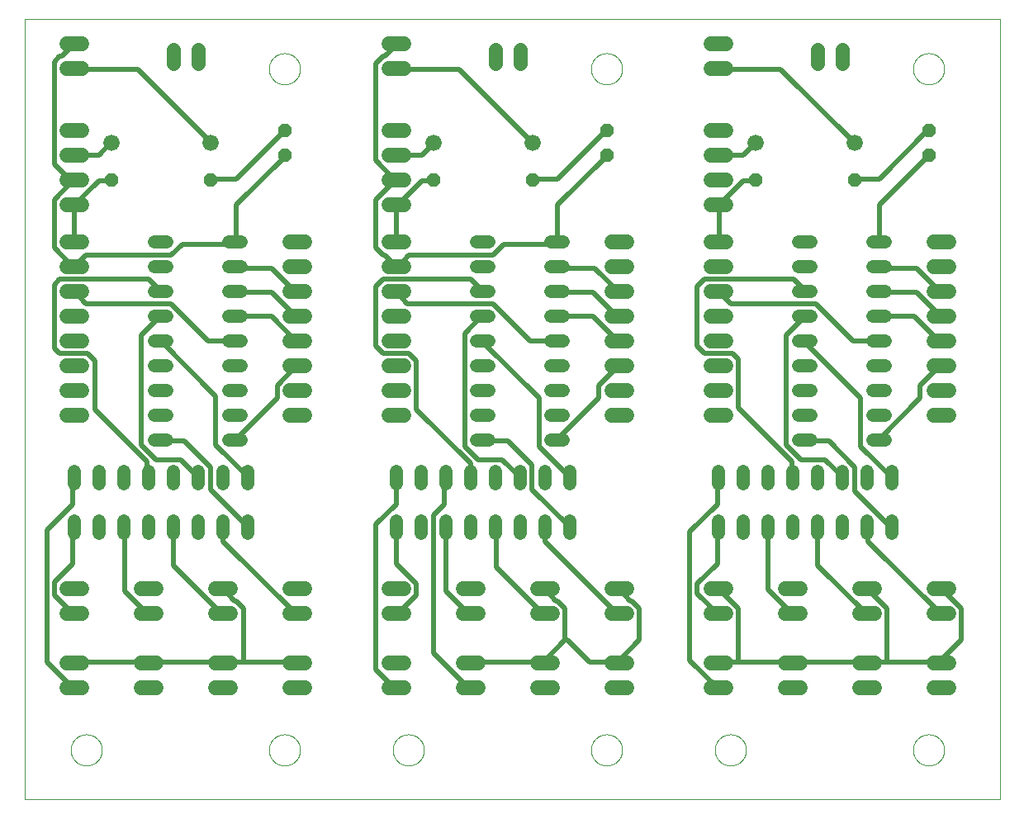
<source format=gtl>
G75*
%MOIN*%
%OFA0B0*%
%FSLAX25Y25*%
%IPPOS*%
%LPD*%
%AMOC8*
5,1,8,0,0,1.08239X$1,22.5*
%
%ADD10C,0.00000*%
%ADD11C,0.06600*%
%ADD12C,0.06000*%
%ADD13OC8,0.05200*%
%ADD14C,0.05200*%
%ADD15C,0.05600*%
%ADD16C,0.02000*%
D10*
X0001000Y0003000D02*
X0001000Y0317961D01*
X0394701Y0317961D01*
X0394701Y0003000D01*
X0001000Y0003000D01*
X0019701Y0023000D02*
X0019703Y0023158D01*
X0019709Y0023316D01*
X0019719Y0023474D01*
X0019733Y0023632D01*
X0019751Y0023789D01*
X0019772Y0023946D01*
X0019798Y0024102D01*
X0019828Y0024258D01*
X0019861Y0024413D01*
X0019899Y0024566D01*
X0019940Y0024719D01*
X0019985Y0024871D01*
X0020034Y0025022D01*
X0020087Y0025171D01*
X0020143Y0025319D01*
X0020203Y0025465D01*
X0020267Y0025610D01*
X0020335Y0025753D01*
X0020406Y0025895D01*
X0020480Y0026035D01*
X0020558Y0026172D01*
X0020640Y0026308D01*
X0020724Y0026442D01*
X0020813Y0026573D01*
X0020904Y0026702D01*
X0020999Y0026829D01*
X0021096Y0026954D01*
X0021197Y0027076D01*
X0021301Y0027195D01*
X0021408Y0027312D01*
X0021518Y0027426D01*
X0021631Y0027537D01*
X0021746Y0027646D01*
X0021864Y0027751D01*
X0021985Y0027853D01*
X0022108Y0027953D01*
X0022234Y0028049D01*
X0022362Y0028142D01*
X0022492Y0028232D01*
X0022625Y0028318D01*
X0022760Y0028402D01*
X0022896Y0028481D01*
X0023035Y0028558D01*
X0023176Y0028630D01*
X0023318Y0028700D01*
X0023462Y0028765D01*
X0023608Y0028827D01*
X0023755Y0028885D01*
X0023904Y0028940D01*
X0024054Y0028991D01*
X0024205Y0029038D01*
X0024357Y0029081D01*
X0024510Y0029120D01*
X0024665Y0029156D01*
X0024820Y0029187D01*
X0024976Y0029215D01*
X0025132Y0029239D01*
X0025289Y0029259D01*
X0025447Y0029275D01*
X0025604Y0029287D01*
X0025763Y0029295D01*
X0025921Y0029299D01*
X0026079Y0029299D01*
X0026237Y0029295D01*
X0026396Y0029287D01*
X0026553Y0029275D01*
X0026711Y0029259D01*
X0026868Y0029239D01*
X0027024Y0029215D01*
X0027180Y0029187D01*
X0027335Y0029156D01*
X0027490Y0029120D01*
X0027643Y0029081D01*
X0027795Y0029038D01*
X0027946Y0028991D01*
X0028096Y0028940D01*
X0028245Y0028885D01*
X0028392Y0028827D01*
X0028538Y0028765D01*
X0028682Y0028700D01*
X0028824Y0028630D01*
X0028965Y0028558D01*
X0029104Y0028481D01*
X0029240Y0028402D01*
X0029375Y0028318D01*
X0029508Y0028232D01*
X0029638Y0028142D01*
X0029766Y0028049D01*
X0029892Y0027953D01*
X0030015Y0027853D01*
X0030136Y0027751D01*
X0030254Y0027646D01*
X0030369Y0027537D01*
X0030482Y0027426D01*
X0030592Y0027312D01*
X0030699Y0027195D01*
X0030803Y0027076D01*
X0030904Y0026954D01*
X0031001Y0026829D01*
X0031096Y0026702D01*
X0031187Y0026573D01*
X0031276Y0026442D01*
X0031360Y0026308D01*
X0031442Y0026172D01*
X0031520Y0026035D01*
X0031594Y0025895D01*
X0031665Y0025753D01*
X0031733Y0025610D01*
X0031797Y0025465D01*
X0031857Y0025319D01*
X0031913Y0025171D01*
X0031966Y0025022D01*
X0032015Y0024871D01*
X0032060Y0024719D01*
X0032101Y0024566D01*
X0032139Y0024413D01*
X0032172Y0024258D01*
X0032202Y0024102D01*
X0032228Y0023946D01*
X0032249Y0023789D01*
X0032267Y0023632D01*
X0032281Y0023474D01*
X0032291Y0023316D01*
X0032297Y0023158D01*
X0032299Y0023000D01*
X0032297Y0022842D01*
X0032291Y0022684D01*
X0032281Y0022526D01*
X0032267Y0022368D01*
X0032249Y0022211D01*
X0032228Y0022054D01*
X0032202Y0021898D01*
X0032172Y0021742D01*
X0032139Y0021587D01*
X0032101Y0021434D01*
X0032060Y0021281D01*
X0032015Y0021129D01*
X0031966Y0020978D01*
X0031913Y0020829D01*
X0031857Y0020681D01*
X0031797Y0020535D01*
X0031733Y0020390D01*
X0031665Y0020247D01*
X0031594Y0020105D01*
X0031520Y0019965D01*
X0031442Y0019828D01*
X0031360Y0019692D01*
X0031276Y0019558D01*
X0031187Y0019427D01*
X0031096Y0019298D01*
X0031001Y0019171D01*
X0030904Y0019046D01*
X0030803Y0018924D01*
X0030699Y0018805D01*
X0030592Y0018688D01*
X0030482Y0018574D01*
X0030369Y0018463D01*
X0030254Y0018354D01*
X0030136Y0018249D01*
X0030015Y0018147D01*
X0029892Y0018047D01*
X0029766Y0017951D01*
X0029638Y0017858D01*
X0029508Y0017768D01*
X0029375Y0017682D01*
X0029240Y0017598D01*
X0029104Y0017519D01*
X0028965Y0017442D01*
X0028824Y0017370D01*
X0028682Y0017300D01*
X0028538Y0017235D01*
X0028392Y0017173D01*
X0028245Y0017115D01*
X0028096Y0017060D01*
X0027946Y0017009D01*
X0027795Y0016962D01*
X0027643Y0016919D01*
X0027490Y0016880D01*
X0027335Y0016844D01*
X0027180Y0016813D01*
X0027024Y0016785D01*
X0026868Y0016761D01*
X0026711Y0016741D01*
X0026553Y0016725D01*
X0026396Y0016713D01*
X0026237Y0016705D01*
X0026079Y0016701D01*
X0025921Y0016701D01*
X0025763Y0016705D01*
X0025604Y0016713D01*
X0025447Y0016725D01*
X0025289Y0016741D01*
X0025132Y0016761D01*
X0024976Y0016785D01*
X0024820Y0016813D01*
X0024665Y0016844D01*
X0024510Y0016880D01*
X0024357Y0016919D01*
X0024205Y0016962D01*
X0024054Y0017009D01*
X0023904Y0017060D01*
X0023755Y0017115D01*
X0023608Y0017173D01*
X0023462Y0017235D01*
X0023318Y0017300D01*
X0023176Y0017370D01*
X0023035Y0017442D01*
X0022896Y0017519D01*
X0022760Y0017598D01*
X0022625Y0017682D01*
X0022492Y0017768D01*
X0022362Y0017858D01*
X0022234Y0017951D01*
X0022108Y0018047D01*
X0021985Y0018147D01*
X0021864Y0018249D01*
X0021746Y0018354D01*
X0021631Y0018463D01*
X0021518Y0018574D01*
X0021408Y0018688D01*
X0021301Y0018805D01*
X0021197Y0018924D01*
X0021096Y0019046D01*
X0020999Y0019171D01*
X0020904Y0019298D01*
X0020813Y0019427D01*
X0020724Y0019558D01*
X0020640Y0019692D01*
X0020558Y0019828D01*
X0020480Y0019965D01*
X0020406Y0020105D01*
X0020335Y0020247D01*
X0020267Y0020390D01*
X0020203Y0020535D01*
X0020143Y0020681D01*
X0020087Y0020829D01*
X0020034Y0020978D01*
X0019985Y0021129D01*
X0019940Y0021281D01*
X0019899Y0021434D01*
X0019861Y0021587D01*
X0019828Y0021742D01*
X0019798Y0021898D01*
X0019772Y0022054D01*
X0019751Y0022211D01*
X0019733Y0022368D01*
X0019719Y0022526D01*
X0019709Y0022684D01*
X0019703Y0022842D01*
X0019701Y0023000D01*
X0099701Y0023000D02*
X0099703Y0023158D01*
X0099709Y0023316D01*
X0099719Y0023474D01*
X0099733Y0023632D01*
X0099751Y0023789D01*
X0099772Y0023946D01*
X0099798Y0024102D01*
X0099828Y0024258D01*
X0099861Y0024413D01*
X0099899Y0024566D01*
X0099940Y0024719D01*
X0099985Y0024871D01*
X0100034Y0025022D01*
X0100087Y0025171D01*
X0100143Y0025319D01*
X0100203Y0025465D01*
X0100267Y0025610D01*
X0100335Y0025753D01*
X0100406Y0025895D01*
X0100480Y0026035D01*
X0100558Y0026172D01*
X0100640Y0026308D01*
X0100724Y0026442D01*
X0100813Y0026573D01*
X0100904Y0026702D01*
X0100999Y0026829D01*
X0101096Y0026954D01*
X0101197Y0027076D01*
X0101301Y0027195D01*
X0101408Y0027312D01*
X0101518Y0027426D01*
X0101631Y0027537D01*
X0101746Y0027646D01*
X0101864Y0027751D01*
X0101985Y0027853D01*
X0102108Y0027953D01*
X0102234Y0028049D01*
X0102362Y0028142D01*
X0102492Y0028232D01*
X0102625Y0028318D01*
X0102760Y0028402D01*
X0102896Y0028481D01*
X0103035Y0028558D01*
X0103176Y0028630D01*
X0103318Y0028700D01*
X0103462Y0028765D01*
X0103608Y0028827D01*
X0103755Y0028885D01*
X0103904Y0028940D01*
X0104054Y0028991D01*
X0104205Y0029038D01*
X0104357Y0029081D01*
X0104510Y0029120D01*
X0104665Y0029156D01*
X0104820Y0029187D01*
X0104976Y0029215D01*
X0105132Y0029239D01*
X0105289Y0029259D01*
X0105447Y0029275D01*
X0105604Y0029287D01*
X0105763Y0029295D01*
X0105921Y0029299D01*
X0106079Y0029299D01*
X0106237Y0029295D01*
X0106396Y0029287D01*
X0106553Y0029275D01*
X0106711Y0029259D01*
X0106868Y0029239D01*
X0107024Y0029215D01*
X0107180Y0029187D01*
X0107335Y0029156D01*
X0107490Y0029120D01*
X0107643Y0029081D01*
X0107795Y0029038D01*
X0107946Y0028991D01*
X0108096Y0028940D01*
X0108245Y0028885D01*
X0108392Y0028827D01*
X0108538Y0028765D01*
X0108682Y0028700D01*
X0108824Y0028630D01*
X0108965Y0028558D01*
X0109104Y0028481D01*
X0109240Y0028402D01*
X0109375Y0028318D01*
X0109508Y0028232D01*
X0109638Y0028142D01*
X0109766Y0028049D01*
X0109892Y0027953D01*
X0110015Y0027853D01*
X0110136Y0027751D01*
X0110254Y0027646D01*
X0110369Y0027537D01*
X0110482Y0027426D01*
X0110592Y0027312D01*
X0110699Y0027195D01*
X0110803Y0027076D01*
X0110904Y0026954D01*
X0111001Y0026829D01*
X0111096Y0026702D01*
X0111187Y0026573D01*
X0111276Y0026442D01*
X0111360Y0026308D01*
X0111442Y0026172D01*
X0111520Y0026035D01*
X0111594Y0025895D01*
X0111665Y0025753D01*
X0111733Y0025610D01*
X0111797Y0025465D01*
X0111857Y0025319D01*
X0111913Y0025171D01*
X0111966Y0025022D01*
X0112015Y0024871D01*
X0112060Y0024719D01*
X0112101Y0024566D01*
X0112139Y0024413D01*
X0112172Y0024258D01*
X0112202Y0024102D01*
X0112228Y0023946D01*
X0112249Y0023789D01*
X0112267Y0023632D01*
X0112281Y0023474D01*
X0112291Y0023316D01*
X0112297Y0023158D01*
X0112299Y0023000D01*
X0112297Y0022842D01*
X0112291Y0022684D01*
X0112281Y0022526D01*
X0112267Y0022368D01*
X0112249Y0022211D01*
X0112228Y0022054D01*
X0112202Y0021898D01*
X0112172Y0021742D01*
X0112139Y0021587D01*
X0112101Y0021434D01*
X0112060Y0021281D01*
X0112015Y0021129D01*
X0111966Y0020978D01*
X0111913Y0020829D01*
X0111857Y0020681D01*
X0111797Y0020535D01*
X0111733Y0020390D01*
X0111665Y0020247D01*
X0111594Y0020105D01*
X0111520Y0019965D01*
X0111442Y0019828D01*
X0111360Y0019692D01*
X0111276Y0019558D01*
X0111187Y0019427D01*
X0111096Y0019298D01*
X0111001Y0019171D01*
X0110904Y0019046D01*
X0110803Y0018924D01*
X0110699Y0018805D01*
X0110592Y0018688D01*
X0110482Y0018574D01*
X0110369Y0018463D01*
X0110254Y0018354D01*
X0110136Y0018249D01*
X0110015Y0018147D01*
X0109892Y0018047D01*
X0109766Y0017951D01*
X0109638Y0017858D01*
X0109508Y0017768D01*
X0109375Y0017682D01*
X0109240Y0017598D01*
X0109104Y0017519D01*
X0108965Y0017442D01*
X0108824Y0017370D01*
X0108682Y0017300D01*
X0108538Y0017235D01*
X0108392Y0017173D01*
X0108245Y0017115D01*
X0108096Y0017060D01*
X0107946Y0017009D01*
X0107795Y0016962D01*
X0107643Y0016919D01*
X0107490Y0016880D01*
X0107335Y0016844D01*
X0107180Y0016813D01*
X0107024Y0016785D01*
X0106868Y0016761D01*
X0106711Y0016741D01*
X0106553Y0016725D01*
X0106396Y0016713D01*
X0106237Y0016705D01*
X0106079Y0016701D01*
X0105921Y0016701D01*
X0105763Y0016705D01*
X0105604Y0016713D01*
X0105447Y0016725D01*
X0105289Y0016741D01*
X0105132Y0016761D01*
X0104976Y0016785D01*
X0104820Y0016813D01*
X0104665Y0016844D01*
X0104510Y0016880D01*
X0104357Y0016919D01*
X0104205Y0016962D01*
X0104054Y0017009D01*
X0103904Y0017060D01*
X0103755Y0017115D01*
X0103608Y0017173D01*
X0103462Y0017235D01*
X0103318Y0017300D01*
X0103176Y0017370D01*
X0103035Y0017442D01*
X0102896Y0017519D01*
X0102760Y0017598D01*
X0102625Y0017682D01*
X0102492Y0017768D01*
X0102362Y0017858D01*
X0102234Y0017951D01*
X0102108Y0018047D01*
X0101985Y0018147D01*
X0101864Y0018249D01*
X0101746Y0018354D01*
X0101631Y0018463D01*
X0101518Y0018574D01*
X0101408Y0018688D01*
X0101301Y0018805D01*
X0101197Y0018924D01*
X0101096Y0019046D01*
X0100999Y0019171D01*
X0100904Y0019298D01*
X0100813Y0019427D01*
X0100724Y0019558D01*
X0100640Y0019692D01*
X0100558Y0019828D01*
X0100480Y0019965D01*
X0100406Y0020105D01*
X0100335Y0020247D01*
X0100267Y0020390D01*
X0100203Y0020535D01*
X0100143Y0020681D01*
X0100087Y0020829D01*
X0100034Y0020978D01*
X0099985Y0021129D01*
X0099940Y0021281D01*
X0099899Y0021434D01*
X0099861Y0021587D01*
X0099828Y0021742D01*
X0099798Y0021898D01*
X0099772Y0022054D01*
X0099751Y0022211D01*
X0099733Y0022368D01*
X0099719Y0022526D01*
X0099709Y0022684D01*
X0099703Y0022842D01*
X0099701Y0023000D01*
X0149701Y0023000D02*
X0149703Y0023158D01*
X0149709Y0023316D01*
X0149719Y0023474D01*
X0149733Y0023632D01*
X0149751Y0023789D01*
X0149772Y0023946D01*
X0149798Y0024102D01*
X0149828Y0024258D01*
X0149861Y0024413D01*
X0149899Y0024566D01*
X0149940Y0024719D01*
X0149985Y0024871D01*
X0150034Y0025022D01*
X0150087Y0025171D01*
X0150143Y0025319D01*
X0150203Y0025465D01*
X0150267Y0025610D01*
X0150335Y0025753D01*
X0150406Y0025895D01*
X0150480Y0026035D01*
X0150558Y0026172D01*
X0150640Y0026308D01*
X0150724Y0026442D01*
X0150813Y0026573D01*
X0150904Y0026702D01*
X0150999Y0026829D01*
X0151096Y0026954D01*
X0151197Y0027076D01*
X0151301Y0027195D01*
X0151408Y0027312D01*
X0151518Y0027426D01*
X0151631Y0027537D01*
X0151746Y0027646D01*
X0151864Y0027751D01*
X0151985Y0027853D01*
X0152108Y0027953D01*
X0152234Y0028049D01*
X0152362Y0028142D01*
X0152492Y0028232D01*
X0152625Y0028318D01*
X0152760Y0028402D01*
X0152896Y0028481D01*
X0153035Y0028558D01*
X0153176Y0028630D01*
X0153318Y0028700D01*
X0153462Y0028765D01*
X0153608Y0028827D01*
X0153755Y0028885D01*
X0153904Y0028940D01*
X0154054Y0028991D01*
X0154205Y0029038D01*
X0154357Y0029081D01*
X0154510Y0029120D01*
X0154665Y0029156D01*
X0154820Y0029187D01*
X0154976Y0029215D01*
X0155132Y0029239D01*
X0155289Y0029259D01*
X0155447Y0029275D01*
X0155604Y0029287D01*
X0155763Y0029295D01*
X0155921Y0029299D01*
X0156079Y0029299D01*
X0156237Y0029295D01*
X0156396Y0029287D01*
X0156553Y0029275D01*
X0156711Y0029259D01*
X0156868Y0029239D01*
X0157024Y0029215D01*
X0157180Y0029187D01*
X0157335Y0029156D01*
X0157490Y0029120D01*
X0157643Y0029081D01*
X0157795Y0029038D01*
X0157946Y0028991D01*
X0158096Y0028940D01*
X0158245Y0028885D01*
X0158392Y0028827D01*
X0158538Y0028765D01*
X0158682Y0028700D01*
X0158824Y0028630D01*
X0158965Y0028558D01*
X0159104Y0028481D01*
X0159240Y0028402D01*
X0159375Y0028318D01*
X0159508Y0028232D01*
X0159638Y0028142D01*
X0159766Y0028049D01*
X0159892Y0027953D01*
X0160015Y0027853D01*
X0160136Y0027751D01*
X0160254Y0027646D01*
X0160369Y0027537D01*
X0160482Y0027426D01*
X0160592Y0027312D01*
X0160699Y0027195D01*
X0160803Y0027076D01*
X0160904Y0026954D01*
X0161001Y0026829D01*
X0161096Y0026702D01*
X0161187Y0026573D01*
X0161276Y0026442D01*
X0161360Y0026308D01*
X0161442Y0026172D01*
X0161520Y0026035D01*
X0161594Y0025895D01*
X0161665Y0025753D01*
X0161733Y0025610D01*
X0161797Y0025465D01*
X0161857Y0025319D01*
X0161913Y0025171D01*
X0161966Y0025022D01*
X0162015Y0024871D01*
X0162060Y0024719D01*
X0162101Y0024566D01*
X0162139Y0024413D01*
X0162172Y0024258D01*
X0162202Y0024102D01*
X0162228Y0023946D01*
X0162249Y0023789D01*
X0162267Y0023632D01*
X0162281Y0023474D01*
X0162291Y0023316D01*
X0162297Y0023158D01*
X0162299Y0023000D01*
X0162297Y0022842D01*
X0162291Y0022684D01*
X0162281Y0022526D01*
X0162267Y0022368D01*
X0162249Y0022211D01*
X0162228Y0022054D01*
X0162202Y0021898D01*
X0162172Y0021742D01*
X0162139Y0021587D01*
X0162101Y0021434D01*
X0162060Y0021281D01*
X0162015Y0021129D01*
X0161966Y0020978D01*
X0161913Y0020829D01*
X0161857Y0020681D01*
X0161797Y0020535D01*
X0161733Y0020390D01*
X0161665Y0020247D01*
X0161594Y0020105D01*
X0161520Y0019965D01*
X0161442Y0019828D01*
X0161360Y0019692D01*
X0161276Y0019558D01*
X0161187Y0019427D01*
X0161096Y0019298D01*
X0161001Y0019171D01*
X0160904Y0019046D01*
X0160803Y0018924D01*
X0160699Y0018805D01*
X0160592Y0018688D01*
X0160482Y0018574D01*
X0160369Y0018463D01*
X0160254Y0018354D01*
X0160136Y0018249D01*
X0160015Y0018147D01*
X0159892Y0018047D01*
X0159766Y0017951D01*
X0159638Y0017858D01*
X0159508Y0017768D01*
X0159375Y0017682D01*
X0159240Y0017598D01*
X0159104Y0017519D01*
X0158965Y0017442D01*
X0158824Y0017370D01*
X0158682Y0017300D01*
X0158538Y0017235D01*
X0158392Y0017173D01*
X0158245Y0017115D01*
X0158096Y0017060D01*
X0157946Y0017009D01*
X0157795Y0016962D01*
X0157643Y0016919D01*
X0157490Y0016880D01*
X0157335Y0016844D01*
X0157180Y0016813D01*
X0157024Y0016785D01*
X0156868Y0016761D01*
X0156711Y0016741D01*
X0156553Y0016725D01*
X0156396Y0016713D01*
X0156237Y0016705D01*
X0156079Y0016701D01*
X0155921Y0016701D01*
X0155763Y0016705D01*
X0155604Y0016713D01*
X0155447Y0016725D01*
X0155289Y0016741D01*
X0155132Y0016761D01*
X0154976Y0016785D01*
X0154820Y0016813D01*
X0154665Y0016844D01*
X0154510Y0016880D01*
X0154357Y0016919D01*
X0154205Y0016962D01*
X0154054Y0017009D01*
X0153904Y0017060D01*
X0153755Y0017115D01*
X0153608Y0017173D01*
X0153462Y0017235D01*
X0153318Y0017300D01*
X0153176Y0017370D01*
X0153035Y0017442D01*
X0152896Y0017519D01*
X0152760Y0017598D01*
X0152625Y0017682D01*
X0152492Y0017768D01*
X0152362Y0017858D01*
X0152234Y0017951D01*
X0152108Y0018047D01*
X0151985Y0018147D01*
X0151864Y0018249D01*
X0151746Y0018354D01*
X0151631Y0018463D01*
X0151518Y0018574D01*
X0151408Y0018688D01*
X0151301Y0018805D01*
X0151197Y0018924D01*
X0151096Y0019046D01*
X0150999Y0019171D01*
X0150904Y0019298D01*
X0150813Y0019427D01*
X0150724Y0019558D01*
X0150640Y0019692D01*
X0150558Y0019828D01*
X0150480Y0019965D01*
X0150406Y0020105D01*
X0150335Y0020247D01*
X0150267Y0020390D01*
X0150203Y0020535D01*
X0150143Y0020681D01*
X0150087Y0020829D01*
X0150034Y0020978D01*
X0149985Y0021129D01*
X0149940Y0021281D01*
X0149899Y0021434D01*
X0149861Y0021587D01*
X0149828Y0021742D01*
X0149798Y0021898D01*
X0149772Y0022054D01*
X0149751Y0022211D01*
X0149733Y0022368D01*
X0149719Y0022526D01*
X0149709Y0022684D01*
X0149703Y0022842D01*
X0149701Y0023000D01*
X0229701Y0023000D02*
X0229703Y0023158D01*
X0229709Y0023316D01*
X0229719Y0023474D01*
X0229733Y0023632D01*
X0229751Y0023789D01*
X0229772Y0023946D01*
X0229798Y0024102D01*
X0229828Y0024258D01*
X0229861Y0024413D01*
X0229899Y0024566D01*
X0229940Y0024719D01*
X0229985Y0024871D01*
X0230034Y0025022D01*
X0230087Y0025171D01*
X0230143Y0025319D01*
X0230203Y0025465D01*
X0230267Y0025610D01*
X0230335Y0025753D01*
X0230406Y0025895D01*
X0230480Y0026035D01*
X0230558Y0026172D01*
X0230640Y0026308D01*
X0230724Y0026442D01*
X0230813Y0026573D01*
X0230904Y0026702D01*
X0230999Y0026829D01*
X0231096Y0026954D01*
X0231197Y0027076D01*
X0231301Y0027195D01*
X0231408Y0027312D01*
X0231518Y0027426D01*
X0231631Y0027537D01*
X0231746Y0027646D01*
X0231864Y0027751D01*
X0231985Y0027853D01*
X0232108Y0027953D01*
X0232234Y0028049D01*
X0232362Y0028142D01*
X0232492Y0028232D01*
X0232625Y0028318D01*
X0232760Y0028402D01*
X0232896Y0028481D01*
X0233035Y0028558D01*
X0233176Y0028630D01*
X0233318Y0028700D01*
X0233462Y0028765D01*
X0233608Y0028827D01*
X0233755Y0028885D01*
X0233904Y0028940D01*
X0234054Y0028991D01*
X0234205Y0029038D01*
X0234357Y0029081D01*
X0234510Y0029120D01*
X0234665Y0029156D01*
X0234820Y0029187D01*
X0234976Y0029215D01*
X0235132Y0029239D01*
X0235289Y0029259D01*
X0235447Y0029275D01*
X0235604Y0029287D01*
X0235763Y0029295D01*
X0235921Y0029299D01*
X0236079Y0029299D01*
X0236237Y0029295D01*
X0236396Y0029287D01*
X0236553Y0029275D01*
X0236711Y0029259D01*
X0236868Y0029239D01*
X0237024Y0029215D01*
X0237180Y0029187D01*
X0237335Y0029156D01*
X0237490Y0029120D01*
X0237643Y0029081D01*
X0237795Y0029038D01*
X0237946Y0028991D01*
X0238096Y0028940D01*
X0238245Y0028885D01*
X0238392Y0028827D01*
X0238538Y0028765D01*
X0238682Y0028700D01*
X0238824Y0028630D01*
X0238965Y0028558D01*
X0239104Y0028481D01*
X0239240Y0028402D01*
X0239375Y0028318D01*
X0239508Y0028232D01*
X0239638Y0028142D01*
X0239766Y0028049D01*
X0239892Y0027953D01*
X0240015Y0027853D01*
X0240136Y0027751D01*
X0240254Y0027646D01*
X0240369Y0027537D01*
X0240482Y0027426D01*
X0240592Y0027312D01*
X0240699Y0027195D01*
X0240803Y0027076D01*
X0240904Y0026954D01*
X0241001Y0026829D01*
X0241096Y0026702D01*
X0241187Y0026573D01*
X0241276Y0026442D01*
X0241360Y0026308D01*
X0241442Y0026172D01*
X0241520Y0026035D01*
X0241594Y0025895D01*
X0241665Y0025753D01*
X0241733Y0025610D01*
X0241797Y0025465D01*
X0241857Y0025319D01*
X0241913Y0025171D01*
X0241966Y0025022D01*
X0242015Y0024871D01*
X0242060Y0024719D01*
X0242101Y0024566D01*
X0242139Y0024413D01*
X0242172Y0024258D01*
X0242202Y0024102D01*
X0242228Y0023946D01*
X0242249Y0023789D01*
X0242267Y0023632D01*
X0242281Y0023474D01*
X0242291Y0023316D01*
X0242297Y0023158D01*
X0242299Y0023000D01*
X0242297Y0022842D01*
X0242291Y0022684D01*
X0242281Y0022526D01*
X0242267Y0022368D01*
X0242249Y0022211D01*
X0242228Y0022054D01*
X0242202Y0021898D01*
X0242172Y0021742D01*
X0242139Y0021587D01*
X0242101Y0021434D01*
X0242060Y0021281D01*
X0242015Y0021129D01*
X0241966Y0020978D01*
X0241913Y0020829D01*
X0241857Y0020681D01*
X0241797Y0020535D01*
X0241733Y0020390D01*
X0241665Y0020247D01*
X0241594Y0020105D01*
X0241520Y0019965D01*
X0241442Y0019828D01*
X0241360Y0019692D01*
X0241276Y0019558D01*
X0241187Y0019427D01*
X0241096Y0019298D01*
X0241001Y0019171D01*
X0240904Y0019046D01*
X0240803Y0018924D01*
X0240699Y0018805D01*
X0240592Y0018688D01*
X0240482Y0018574D01*
X0240369Y0018463D01*
X0240254Y0018354D01*
X0240136Y0018249D01*
X0240015Y0018147D01*
X0239892Y0018047D01*
X0239766Y0017951D01*
X0239638Y0017858D01*
X0239508Y0017768D01*
X0239375Y0017682D01*
X0239240Y0017598D01*
X0239104Y0017519D01*
X0238965Y0017442D01*
X0238824Y0017370D01*
X0238682Y0017300D01*
X0238538Y0017235D01*
X0238392Y0017173D01*
X0238245Y0017115D01*
X0238096Y0017060D01*
X0237946Y0017009D01*
X0237795Y0016962D01*
X0237643Y0016919D01*
X0237490Y0016880D01*
X0237335Y0016844D01*
X0237180Y0016813D01*
X0237024Y0016785D01*
X0236868Y0016761D01*
X0236711Y0016741D01*
X0236553Y0016725D01*
X0236396Y0016713D01*
X0236237Y0016705D01*
X0236079Y0016701D01*
X0235921Y0016701D01*
X0235763Y0016705D01*
X0235604Y0016713D01*
X0235447Y0016725D01*
X0235289Y0016741D01*
X0235132Y0016761D01*
X0234976Y0016785D01*
X0234820Y0016813D01*
X0234665Y0016844D01*
X0234510Y0016880D01*
X0234357Y0016919D01*
X0234205Y0016962D01*
X0234054Y0017009D01*
X0233904Y0017060D01*
X0233755Y0017115D01*
X0233608Y0017173D01*
X0233462Y0017235D01*
X0233318Y0017300D01*
X0233176Y0017370D01*
X0233035Y0017442D01*
X0232896Y0017519D01*
X0232760Y0017598D01*
X0232625Y0017682D01*
X0232492Y0017768D01*
X0232362Y0017858D01*
X0232234Y0017951D01*
X0232108Y0018047D01*
X0231985Y0018147D01*
X0231864Y0018249D01*
X0231746Y0018354D01*
X0231631Y0018463D01*
X0231518Y0018574D01*
X0231408Y0018688D01*
X0231301Y0018805D01*
X0231197Y0018924D01*
X0231096Y0019046D01*
X0230999Y0019171D01*
X0230904Y0019298D01*
X0230813Y0019427D01*
X0230724Y0019558D01*
X0230640Y0019692D01*
X0230558Y0019828D01*
X0230480Y0019965D01*
X0230406Y0020105D01*
X0230335Y0020247D01*
X0230267Y0020390D01*
X0230203Y0020535D01*
X0230143Y0020681D01*
X0230087Y0020829D01*
X0230034Y0020978D01*
X0229985Y0021129D01*
X0229940Y0021281D01*
X0229899Y0021434D01*
X0229861Y0021587D01*
X0229828Y0021742D01*
X0229798Y0021898D01*
X0229772Y0022054D01*
X0229751Y0022211D01*
X0229733Y0022368D01*
X0229719Y0022526D01*
X0229709Y0022684D01*
X0229703Y0022842D01*
X0229701Y0023000D01*
X0279701Y0023000D02*
X0279703Y0023158D01*
X0279709Y0023316D01*
X0279719Y0023474D01*
X0279733Y0023632D01*
X0279751Y0023789D01*
X0279772Y0023946D01*
X0279798Y0024102D01*
X0279828Y0024258D01*
X0279861Y0024413D01*
X0279899Y0024566D01*
X0279940Y0024719D01*
X0279985Y0024871D01*
X0280034Y0025022D01*
X0280087Y0025171D01*
X0280143Y0025319D01*
X0280203Y0025465D01*
X0280267Y0025610D01*
X0280335Y0025753D01*
X0280406Y0025895D01*
X0280480Y0026035D01*
X0280558Y0026172D01*
X0280640Y0026308D01*
X0280724Y0026442D01*
X0280813Y0026573D01*
X0280904Y0026702D01*
X0280999Y0026829D01*
X0281096Y0026954D01*
X0281197Y0027076D01*
X0281301Y0027195D01*
X0281408Y0027312D01*
X0281518Y0027426D01*
X0281631Y0027537D01*
X0281746Y0027646D01*
X0281864Y0027751D01*
X0281985Y0027853D01*
X0282108Y0027953D01*
X0282234Y0028049D01*
X0282362Y0028142D01*
X0282492Y0028232D01*
X0282625Y0028318D01*
X0282760Y0028402D01*
X0282896Y0028481D01*
X0283035Y0028558D01*
X0283176Y0028630D01*
X0283318Y0028700D01*
X0283462Y0028765D01*
X0283608Y0028827D01*
X0283755Y0028885D01*
X0283904Y0028940D01*
X0284054Y0028991D01*
X0284205Y0029038D01*
X0284357Y0029081D01*
X0284510Y0029120D01*
X0284665Y0029156D01*
X0284820Y0029187D01*
X0284976Y0029215D01*
X0285132Y0029239D01*
X0285289Y0029259D01*
X0285447Y0029275D01*
X0285604Y0029287D01*
X0285763Y0029295D01*
X0285921Y0029299D01*
X0286079Y0029299D01*
X0286237Y0029295D01*
X0286396Y0029287D01*
X0286553Y0029275D01*
X0286711Y0029259D01*
X0286868Y0029239D01*
X0287024Y0029215D01*
X0287180Y0029187D01*
X0287335Y0029156D01*
X0287490Y0029120D01*
X0287643Y0029081D01*
X0287795Y0029038D01*
X0287946Y0028991D01*
X0288096Y0028940D01*
X0288245Y0028885D01*
X0288392Y0028827D01*
X0288538Y0028765D01*
X0288682Y0028700D01*
X0288824Y0028630D01*
X0288965Y0028558D01*
X0289104Y0028481D01*
X0289240Y0028402D01*
X0289375Y0028318D01*
X0289508Y0028232D01*
X0289638Y0028142D01*
X0289766Y0028049D01*
X0289892Y0027953D01*
X0290015Y0027853D01*
X0290136Y0027751D01*
X0290254Y0027646D01*
X0290369Y0027537D01*
X0290482Y0027426D01*
X0290592Y0027312D01*
X0290699Y0027195D01*
X0290803Y0027076D01*
X0290904Y0026954D01*
X0291001Y0026829D01*
X0291096Y0026702D01*
X0291187Y0026573D01*
X0291276Y0026442D01*
X0291360Y0026308D01*
X0291442Y0026172D01*
X0291520Y0026035D01*
X0291594Y0025895D01*
X0291665Y0025753D01*
X0291733Y0025610D01*
X0291797Y0025465D01*
X0291857Y0025319D01*
X0291913Y0025171D01*
X0291966Y0025022D01*
X0292015Y0024871D01*
X0292060Y0024719D01*
X0292101Y0024566D01*
X0292139Y0024413D01*
X0292172Y0024258D01*
X0292202Y0024102D01*
X0292228Y0023946D01*
X0292249Y0023789D01*
X0292267Y0023632D01*
X0292281Y0023474D01*
X0292291Y0023316D01*
X0292297Y0023158D01*
X0292299Y0023000D01*
X0292297Y0022842D01*
X0292291Y0022684D01*
X0292281Y0022526D01*
X0292267Y0022368D01*
X0292249Y0022211D01*
X0292228Y0022054D01*
X0292202Y0021898D01*
X0292172Y0021742D01*
X0292139Y0021587D01*
X0292101Y0021434D01*
X0292060Y0021281D01*
X0292015Y0021129D01*
X0291966Y0020978D01*
X0291913Y0020829D01*
X0291857Y0020681D01*
X0291797Y0020535D01*
X0291733Y0020390D01*
X0291665Y0020247D01*
X0291594Y0020105D01*
X0291520Y0019965D01*
X0291442Y0019828D01*
X0291360Y0019692D01*
X0291276Y0019558D01*
X0291187Y0019427D01*
X0291096Y0019298D01*
X0291001Y0019171D01*
X0290904Y0019046D01*
X0290803Y0018924D01*
X0290699Y0018805D01*
X0290592Y0018688D01*
X0290482Y0018574D01*
X0290369Y0018463D01*
X0290254Y0018354D01*
X0290136Y0018249D01*
X0290015Y0018147D01*
X0289892Y0018047D01*
X0289766Y0017951D01*
X0289638Y0017858D01*
X0289508Y0017768D01*
X0289375Y0017682D01*
X0289240Y0017598D01*
X0289104Y0017519D01*
X0288965Y0017442D01*
X0288824Y0017370D01*
X0288682Y0017300D01*
X0288538Y0017235D01*
X0288392Y0017173D01*
X0288245Y0017115D01*
X0288096Y0017060D01*
X0287946Y0017009D01*
X0287795Y0016962D01*
X0287643Y0016919D01*
X0287490Y0016880D01*
X0287335Y0016844D01*
X0287180Y0016813D01*
X0287024Y0016785D01*
X0286868Y0016761D01*
X0286711Y0016741D01*
X0286553Y0016725D01*
X0286396Y0016713D01*
X0286237Y0016705D01*
X0286079Y0016701D01*
X0285921Y0016701D01*
X0285763Y0016705D01*
X0285604Y0016713D01*
X0285447Y0016725D01*
X0285289Y0016741D01*
X0285132Y0016761D01*
X0284976Y0016785D01*
X0284820Y0016813D01*
X0284665Y0016844D01*
X0284510Y0016880D01*
X0284357Y0016919D01*
X0284205Y0016962D01*
X0284054Y0017009D01*
X0283904Y0017060D01*
X0283755Y0017115D01*
X0283608Y0017173D01*
X0283462Y0017235D01*
X0283318Y0017300D01*
X0283176Y0017370D01*
X0283035Y0017442D01*
X0282896Y0017519D01*
X0282760Y0017598D01*
X0282625Y0017682D01*
X0282492Y0017768D01*
X0282362Y0017858D01*
X0282234Y0017951D01*
X0282108Y0018047D01*
X0281985Y0018147D01*
X0281864Y0018249D01*
X0281746Y0018354D01*
X0281631Y0018463D01*
X0281518Y0018574D01*
X0281408Y0018688D01*
X0281301Y0018805D01*
X0281197Y0018924D01*
X0281096Y0019046D01*
X0280999Y0019171D01*
X0280904Y0019298D01*
X0280813Y0019427D01*
X0280724Y0019558D01*
X0280640Y0019692D01*
X0280558Y0019828D01*
X0280480Y0019965D01*
X0280406Y0020105D01*
X0280335Y0020247D01*
X0280267Y0020390D01*
X0280203Y0020535D01*
X0280143Y0020681D01*
X0280087Y0020829D01*
X0280034Y0020978D01*
X0279985Y0021129D01*
X0279940Y0021281D01*
X0279899Y0021434D01*
X0279861Y0021587D01*
X0279828Y0021742D01*
X0279798Y0021898D01*
X0279772Y0022054D01*
X0279751Y0022211D01*
X0279733Y0022368D01*
X0279719Y0022526D01*
X0279709Y0022684D01*
X0279703Y0022842D01*
X0279701Y0023000D01*
X0359701Y0023000D02*
X0359703Y0023158D01*
X0359709Y0023316D01*
X0359719Y0023474D01*
X0359733Y0023632D01*
X0359751Y0023789D01*
X0359772Y0023946D01*
X0359798Y0024102D01*
X0359828Y0024258D01*
X0359861Y0024413D01*
X0359899Y0024566D01*
X0359940Y0024719D01*
X0359985Y0024871D01*
X0360034Y0025022D01*
X0360087Y0025171D01*
X0360143Y0025319D01*
X0360203Y0025465D01*
X0360267Y0025610D01*
X0360335Y0025753D01*
X0360406Y0025895D01*
X0360480Y0026035D01*
X0360558Y0026172D01*
X0360640Y0026308D01*
X0360724Y0026442D01*
X0360813Y0026573D01*
X0360904Y0026702D01*
X0360999Y0026829D01*
X0361096Y0026954D01*
X0361197Y0027076D01*
X0361301Y0027195D01*
X0361408Y0027312D01*
X0361518Y0027426D01*
X0361631Y0027537D01*
X0361746Y0027646D01*
X0361864Y0027751D01*
X0361985Y0027853D01*
X0362108Y0027953D01*
X0362234Y0028049D01*
X0362362Y0028142D01*
X0362492Y0028232D01*
X0362625Y0028318D01*
X0362760Y0028402D01*
X0362896Y0028481D01*
X0363035Y0028558D01*
X0363176Y0028630D01*
X0363318Y0028700D01*
X0363462Y0028765D01*
X0363608Y0028827D01*
X0363755Y0028885D01*
X0363904Y0028940D01*
X0364054Y0028991D01*
X0364205Y0029038D01*
X0364357Y0029081D01*
X0364510Y0029120D01*
X0364665Y0029156D01*
X0364820Y0029187D01*
X0364976Y0029215D01*
X0365132Y0029239D01*
X0365289Y0029259D01*
X0365447Y0029275D01*
X0365604Y0029287D01*
X0365763Y0029295D01*
X0365921Y0029299D01*
X0366079Y0029299D01*
X0366237Y0029295D01*
X0366396Y0029287D01*
X0366553Y0029275D01*
X0366711Y0029259D01*
X0366868Y0029239D01*
X0367024Y0029215D01*
X0367180Y0029187D01*
X0367335Y0029156D01*
X0367490Y0029120D01*
X0367643Y0029081D01*
X0367795Y0029038D01*
X0367946Y0028991D01*
X0368096Y0028940D01*
X0368245Y0028885D01*
X0368392Y0028827D01*
X0368538Y0028765D01*
X0368682Y0028700D01*
X0368824Y0028630D01*
X0368965Y0028558D01*
X0369104Y0028481D01*
X0369240Y0028402D01*
X0369375Y0028318D01*
X0369508Y0028232D01*
X0369638Y0028142D01*
X0369766Y0028049D01*
X0369892Y0027953D01*
X0370015Y0027853D01*
X0370136Y0027751D01*
X0370254Y0027646D01*
X0370369Y0027537D01*
X0370482Y0027426D01*
X0370592Y0027312D01*
X0370699Y0027195D01*
X0370803Y0027076D01*
X0370904Y0026954D01*
X0371001Y0026829D01*
X0371096Y0026702D01*
X0371187Y0026573D01*
X0371276Y0026442D01*
X0371360Y0026308D01*
X0371442Y0026172D01*
X0371520Y0026035D01*
X0371594Y0025895D01*
X0371665Y0025753D01*
X0371733Y0025610D01*
X0371797Y0025465D01*
X0371857Y0025319D01*
X0371913Y0025171D01*
X0371966Y0025022D01*
X0372015Y0024871D01*
X0372060Y0024719D01*
X0372101Y0024566D01*
X0372139Y0024413D01*
X0372172Y0024258D01*
X0372202Y0024102D01*
X0372228Y0023946D01*
X0372249Y0023789D01*
X0372267Y0023632D01*
X0372281Y0023474D01*
X0372291Y0023316D01*
X0372297Y0023158D01*
X0372299Y0023000D01*
X0372297Y0022842D01*
X0372291Y0022684D01*
X0372281Y0022526D01*
X0372267Y0022368D01*
X0372249Y0022211D01*
X0372228Y0022054D01*
X0372202Y0021898D01*
X0372172Y0021742D01*
X0372139Y0021587D01*
X0372101Y0021434D01*
X0372060Y0021281D01*
X0372015Y0021129D01*
X0371966Y0020978D01*
X0371913Y0020829D01*
X0371857Y0020681D01*
X0371797Y0020535D01*
X0371733Y0020390D01*
X0371665Y0020247D01*
X0371594Y0020105D01*
X0371520Y0019965D01*
X0371442Y0019828D01*
X0371360Y0019692D01*
X0371276Y0019558D01*
X0371187Y0019427D01*
X0371096Y0019298D01*
X0371001Y0019171D01*
X0370904Y0019046D01*
X0370803Y0018924D01*
X0370699Y0018805D01*
X0370592Y0018688D01*
X0370482Y0018574D01*
X0370369Y0018463D01*
X0370254Y0018354D01*
X0370136Y0018249D01*
X0370015Y0018147D01*
X0369892Y0018047D01*
X0369766Y0017951D01*
X0369638Y0017858D01*
X0369508Y0017768D01*
X0369375Y0017682D01*
X0369240Y0017598D01*
X0369104Y0017519D01*
X0368965Y0017442D01*
X0368824Y0017370D01*
X0368682Y0017300D01*
X0368538Y0017235D01*
X0368392Y0017173D01*
X0368245Y0017115D01*
X0368096Y0017060D01*
X0367946Y0017009D01*
X0367795Y0016962D01*
X0367643Y0016919D01*
X0367490Y0016880D01*
X0367335Y0016844D01*
X0367180Y0016813D01*
X0367024Y0016785D01*
X0366868Y0016761D01*
X0366711Y0016741D01*
X0366553Y0016725D01*
X0366396Y0016713D01*
X0366237Y0016705D01*
X0366079Y0016701D01*
X0365921Y0016701D01*
X0365763Y0016705D01*
X0365604Y0016713D01*
X0365447Y0016725D01*
X0365289Y0016741D01*
X0365132Y0016761D01*
X0364976Y0016785D01*
X0364820Y0016813D01*
X0364665Y0016844D01*
X0364510Y0016880D01*
X0364357Y0016919D01*
X0364205Y0016962D01*
X0364054Y0017009D01*
X0363904Y0017060D01*
X0363755Y0017115D01*
X0363608Y0017173D01*
X0363462Y0017235D01*
X0363318Y0017300D01*
X0363176Y0017370D01*
X0363035Y0017442D01*
X0362896Y0017519D01*
X0362760Y0017598D01*
X0362625Y0017682D01*
X0362492Y0017768D01*
X0362362Y0017858D01*
X0362234Y0017951D01*
X0362108Y0018047D01*
X0361985Y0018147D01*
X0361864Y0018249D01*
X0361746Y0018354D01*
X0361631Y0018463D01*
X0361518Y0018574D01*
X0361408Y0018688D01*
X0361301Y0018805D01*
X0361197Y0018924D01*
X0361096Y0019046D01*
X0360999Y0019171D01*
X0360904Y0019298D01*
X0360813Y0019427D01*
X0360724Y0019558D01*
X0360640Y0019692D01*
X0360558Y0019828D01*
X0360480Y0019965D01*
X0360406Y0020105D01*
X0360335Y0020247D01*
X0360267Y0020390D01*
X0360203Y0020535D01*
X0360143Y0020681D01*
X0360087Y0020829D01*
X0360034Y0020978D01*
X0359985Y0021129D01*
X0359940Y0021281D01*
X0359899Y0021434D01*
X0359861Y0021587D01*
X0359828Y0021742D01*
X0359798Y0021898D01*
X0359772Y0022054D01*
X0359751Y0022211D01*
X0359733Y0022368D01*
X0359719Y0022526D01*
X0359709Y0022684D01*
X0359703Y0022842D01*
X0359701Y0023000D01*
X0359701Y0298000D02*
X0359703Y0298158D01*
X0359709Y0298316D01*
X0359719Y0298474D01*
X0359733Y0298632D01*
X0359751Y0298789D01*
X0359772Y0298946D01*
X0359798Y0299102D01*
X0359828Y0299258D01*
X0359861Y0299413D01*
X0359899Y0299566D01*
X0359940Y0299719D01*
X0359985Y0299871D01*
X0360034Y0300022D01*
X0360087Y0300171D01*
X0360143Y0300319D01*
X0360203Y0300465D01*
X0360267Y0300610D01*
X0360335Y0300753D01*
X0360406Y0300895D01*
X0360480Y0301035D01*
X0360558Y0301172D01*
X0360640Y0301308D01*
X0360724Y0301442D01*
X0360813Y0301573D01*
X0360904Y0301702D01*
X0360999Y0301829D01*
X0361096Y0301954D01*
X0361197Y0302076D01*
X0361301Y0302195D01*
X0361408Y0302312D01*
X0361518Y0302426D01*
X0361631Y0302537D01*
X0361746Y0302646D01*
X0361864Y0302751D01*
X0361985Y0302853D01*
X0362108Y0302953D01*
X0362234Y0303049D01*
X0362362Y0303142D01*
X0362492Y0303232D01*
X0362625Y0303318D01*
X0362760Y0303402D01*
X0362896Y0303481D01*
X0363035Y0303558D01*
X0363176Y0303630D01*
X0363318Y0303700D01*
X0363462Y0303765D01*
X0363608Y0303827D01*
X0363755Y0303885D01*
X0363904Y0303940D01*
X0364054Y0303991D01*
X0364205Y0304038D01*
X0364357Y0304081D01*
X0364510Y0304120D01*
X0364665Y0304156D01*
X0364820Y0304187D01*
X0364976Y0304215D01*
X0365132Y0304239D01*
X0365289Y0304259D01*
X0365447Y0304275D01*
X0365604Y0304287D01*
X0365763Y0304295D01*
X0365921Y0304299D01*
X0366079Y0304299D01*
X0366237Y0304295D01*
X0366396Y0304287D01*
X0366553Y0304275D01*
X0366711Y0304259D01*
X0366868Y0304239D01*
X0367024Y0304215D01*
X0367180Y0304187D01*
X0367335Y0304156D01*
X0367490Y0304120D01*
X0367643Y0304081D01*
X0367795Y0304038D01*
X0367946Y0303991D01*
X0368096Y0303940D01*
X0368245Y0303885D01*
X0368392Y0303827D01*
X0368538Y0303765D01*
X0368682Y0303700D01*
X0368824Y0303630D01*
X0368965Y0303558D01*
X0369104Y0303481D01*
X0369240Y0303402D01*
X0369375Y0303318D01*
X0369508Y0303232D01*
X0369638Y0303142D01*
X0369766Y0303049D01*
X0369892Y0302953D01*
X0370015Y0302853D01*
X0370136Y0302751D01*
X0370254Y0302646D01*
X0370369Y0302537D01*
X0370482Y0302426D01*
X0370592Y0302312D01*
X0370699Y0302195D01*
X0370803Y0302076D01*
X0370904Y0301954D01*
X0371001Y0301829D01*
X0371096Y0301702D01*
X0371187Y0301573D01*
X0371276Y0301442D01*
X0371360Y0301308D01*
X0371442Y0301172D01*
X0371520Y0301035D01*
X0371594Y0300895D01*
X0371665Y0300753D01*
X0371733Y0300610D01*
X0371797Y0300465D01*
X0371857Y0300319D01*
X0371913Y0300171D01*
X0371966Y0300022D01*
X0372015Y0299871D01*
X0372060Y0299719D01*
X0372101Y0299566D01*
X0372139Y0299413D01*
X0372172Y0299258D01*
X0372202Y0299102D01*
X0372228Y0298946D01*
X0372249Y0298789D01*
X0372267Y0298632D01*
X0372281Y0298474D01*
X0372291Y0298316D01*
X0372297Y0298158D01*
X0372299Y0298000D01*
X0372297Y0297842D01*
X0372291Y0297684D01*
X0372281Y0297526D01*
X0372267Y0297368D01*
X0372249Y0297211D01*
X0372228Y0297054D01*
X0372202Y0296898D01*
X0372172Y0296742D01*
X0372139Y0296587D01*
X0372101Y0296434D01*
X0372060Y0296281D01*
X0372015Y0296129D01*
X0371966Y0295978D01*
X0371913Y0295829D01*
X0371857Y0295681D01*
X0371797Y0295535D01*
X0371733Y0295390D01*
X0371665Y0295247D01*
X0371594Y0295105D01*
X0371520Y0294965D01*
X0371442Y0294828D01*
X0371360Y0294692D01*
X0371276Y0294558D01*
X0371187Y0294427D01*
X0371096Y0294298D01*
X0371001Y0294171D01*
X0370904Y0294046D01*
X0370803Y0293924D01*
X0370699Y0293805D01*
X0370592Y0293688D01*
X0370482Y0293574D01*
X0370369Y0293463D01*
X0370254Y0293354D01*
X0370136Y0293249D01*
X0370015Y0293147D01*
X0369892Y0293047D01*
X0369766Y0292951D01*
X0369638Y0292858D01*
X0369508Y0292768D01*
X0369375Y0292682D01*
X0369240Y0292598D01*
X0369104Y0292519D01*
X0368965Y0292442D01*
X0368824Y0292370D01*
X0368682Y0292300D01*
X0368538Y0292235D01*
X0368392Y0292173D01*
X0368245Y0292115D01*
X0368096Y0292060D01*
X0367946Y0292009D01*
X0367795Y0291962D01*
X0367643Y0291919D01*
X0367490Y0291880D01*
X0367335Y0291844D01*
X0367180Y0291813D01*
X0367024Y0291785D01*
X0366868Y0291761D01*
X0366711Y0291741D01*
X0366553Y0291725D01*
X0366396Y0291713D01*
X0366237Y0291705D01*
X0366079Y0291701D01*
X0365921Y0291701D01*
X0365763Y0291705D01*
X0365604Y0291713D01*
X0365447Y0291725D01*
X0365289Y0291741D01*
X0365132Y0291761D01*
X0364976Y0291785D01*
X0364820Y0291813D01*
X0364665Y0291844D01*
X0364510Y0291880D01*
X0364357Y0291919D01*
X0364205Y0291962D01*
X0364054Y0292009D01*
X0363904Y0292060D01*
X0363755Y0292115D01*
X0363608Y0292173D01*
X0363462Y0292235D01*
X0363318Y0292300D01*
X0363176Y0292370D01*
X0363035Y0292442D01*
X0362896Y0292519D01*
X0362760Y0292598D01*
X0362625Y0292682D01*
X0362492Y0292768D01*
X0362362Y0292858D01*
X0362234Y0292951D01*
X0362108Y0293047D01*
X0361985Y0293147D01*
X0361864Y0293249D01*
X0361746Y0293354D01*
X0361631Y0293463D01*
X0361518Y0293574D01*
X0361408Y0293688D01*
X0361301Y0293805D01*
X0361197Y0293924D01*
X0361096Y0294046D01*
X0360999Y0294171D01*
X0360904Y0294298D01*
X0360813Y0294427D01*
X0360724Y0294558D01*
X0360640Y0294692D01*
X0360558Y0294828D01*
X0360480Y0294965D01*
X0360406Y0295105D01*
X0360335Y0295247D01*
X0360267Y0295390D01*
X0360203Y0295535D01*
X0360143Y0295681D01*
X0360087Y0295829D01*
X0360034Y0295978D01*
X0359985Y0296129D01*
X0359940Y0296281D01*
X0359899Y0296434D01*
X0359861Y0296587D01*
X0359828Y0296742D01*
X0359798Y0296898D01*
X0359772Y0297054D01*
X0359751Y0297211D01*
X0359733Y0297368D01*
X0359719Y0297526D01*
X0359709Y0297684D01*
X0359703Y0297842D01*
X0359701Y0298000D01*
X0229701Y0298000D02*
X0229703Y0298158D01*
X0229709Y0298316D01*
X0229719Y0298474D01*
X0229733Y0298632D01*
X0229751Y0298789D01*
X0229772Y0298946D01*
X0229798Y0299102D01*
X0229828Y0299258D01*
X0229861Y0299413D01*
X0229899Y0299566D01*
X0229940Y0299719D01*
X0229985Y0299871D01*
X0230034Y0300022D01*
X0230087Y0300171D01*
X0230143Y0300319D01*
X0230203Y0300465D01*
X0230267Y0300610D01*
X0230335Y0300753D01*
X0230406Y0300895D01*
X0230480Y0301035D01*
X0230558Y0301172D01*
X0230640Y0301308D01*
X0230724Y0301442D01*
X0230813Y0301573D01*
X0230904Y0301702D01*
X0230999Y0301829D01*
X0231096Y0301954D01*
X0231197Y0302076D01*
X0231301Y0302195D01*
X0231408Y0302312D01*
X0231518Y0302426D01*
X0231631Y0302537D01*
X0231746Y0302646D01*
X0231864Y0302751D01*
X0231985Y0302853D01*
X0232108Y0302953D01*
X0232234Y0303049D01*
X0232362Y0303142D01*
X0232492Y0303232D01*
X0232625Y0303318D01*
X0232760Y0303402D01*
X0232896Y0303481D01*
X0233035Y0303558D01*
X0233176Y0303630D01*
X0233318Y0303700D01*
X0233462Y0303765D01*
X0233608Y0303827D01*
X0233755Y0303885D01*
X0233904Y0303940D01*
X0234054Y0303991D01*
X0234205Y0304038D01*
X0234357Y0304081D01*
X0234510Y0304120D01*
X0234665Y0304156D01*
X0234820Y0304187D01*
X0234976Y0304215D01*
X0235132Y0304239D01*
X0235289Y0304259D01*
X0235447Y0304275D01*
X0235604Y0304287D01*
X0235763Y0304295D01*
X0235921Y0304299D01*
X0236079Y0304299D01*
X0236237Y0304295D01*
X0236396Y0304287D01*
X0236553Y0304275D01*
X0236711Y0304259D01*
X0236868Y0304239D01*
X0237024Y0304215D01*
X0237180Y0304187D01*
X0237335Y0304156D01*
X0237490Y0304120D01*
X0237643Y0304081D01*
X0237795Y0304038D01*
X0237946Y0303991D01*
X0238096Y0303940D01*
X0238245Y0303885D01*
X0238392Y0303827D01*
X0238538Y0303765D01*
X0238682Y0303700D01*
X0238824Y0303630D01*
X0238965Y0303558D01*
X0239104Y0303481D01*
X0239240Y0303402D01*
X0239375Y0303318D01*
X0239508Y0303232D01*
X0239638Y0303142D01*
X0239766Y0303049D01*
X0239892Y0302953D01*
X0240015Y0302853D01*
X0240136Y0302751D01*
X0240254Y0302646D01*
X0240369Y0302537D01*
X0240482Y0302426D01*
X0240592Y0302312D01*
X0240699Y0302195D01*
X0240803Y0302076D01*
X0240904Y0301954D01*
X0241001Y0301829D01*
X0241096Y0301702D01*
X0241187Y0301573D01*
X0241276Y0301442D01*
X0241360Y0301308D01*
X0241442Y0301172D01*
X0241520Y0301035D01*
X0241594Y0300895D01*
X0241665Y0300753D01*
X0241733Y0300610D01*
X0241797Y0300465D01*
X0241857Y0300319D01*
X0241913Y0300171D01*
X0241966Y0300022D01*
X0242015Y0299871D01*
X0242060Y0299719D01*
X0242101Y0299566D01*
X0242139Y0299413D01*
X0242172Y0299258D01*
X0242202Y0299102D01*
X0242228Y0298946D01*
X0242249Y0298789D01*
X0242267Y0298632D01*
X0242281Y0298474D01*
X0242291Y0298316D01*
X0242297Y0298158D01*
X0242299Y0298000D01*
X0242297Y0297842D01*
X0242291Y0297684D01*
X0242281Y0297526D01*
X0242267Y0297368D01*
X0242249Y0297211D01*
X0242228Y0297054D01*
X0242202Y0296898D01*
X0242172Y0296742D01*
X0242139Y0296587D01*
X0242101Y0296434D01*
X0242060Y0296281D01*
X0242015Y0296129D01*
X0241966Y0295978D01*
X0241913Y0295829D01*
X0241857Y0295681D01*
X0241797Y0295535D01*
X0241733Y0295390D01*
X0241665Y0295247D01*
X0241594Y0295105D01*
X0241520Y0294965D01*
X0241442Y0294828D01*
X0241360Y0294692D01*
X0241276Y0294558D01*
X0241187Y0294427D01*
X0241096Y0294298D01*
X0241001Y0294171D01*
X0240904Y0294046D01*
X0240803Y0293924D01*
X0240699Y0293805D01*
X0240592Y0293688D01*
X0240482Y0293574D01*
X0240369Y0293463D01*
X0240254Y0293354D01*
X0240136Y0293249D01*
X0240015Y0293147D01*
X0239892Y0293047D01*
X0239766Y0292951D01*
X0239638Y0292858D01*
X0239508Y0292768D01*
X0239375Y0292682D01*
X0239240Y0292598D01*
X0239104Y0292519D01*
X0238965Y0292442D01*
X0238824Y0292370D01*
X0238682Y0292300D01*
X0238538Y0292235D01*
X0238392Y0292173D01*
X0238245Y0292115D01*
X0238096Y0292060D01*
X0237946Y0292009D01*
X0237795Y0291962D01*
X0237643Y0291919D01*
X0237490Y0291880D01*
X0237335Y0291844D01*
X0237180Y0291813D01*
X0237024Y0291785D01*
X0236868Y0291761D01*
X0236711Y0291741D01*
X0236553Y0291725D01*
X0236396Y0291713D01*
X0236237Y0291705D01*
X0236079Y0291701D01*
X0235921Y0291701D01*
X0235763Y0291705D01*
X0235604Y0291713D01*
X0235447Y0291725D01*
X0235289Y0291741D01*
X0235132Y0291761D01*
X0234976Y0291785D01*
X0234820Y0291813D01*
X0234665Y0291844D01*
X0234510Y0291880D01*
X0234357Y0291919D01*
X0234205Y0291962D01*
X0234054Y0292009D01*
X0233904Y0292060D01*
X0233755Y0292115D01*
X0233608Y0292173D01*
X0233462Y0292235D01*
X0233318Y0292300D01*
X0233176Y0292370D01*
X0233035Y0292442D01*
X0232896Y0292519D01*
X0232760Y0292598D01*
X0232625Y0292682D01*
X0232492Y0292768D01*
X0232362Y0292858D01*
X0232234Y0292951D01*
X0232108Y0293047D01*
X0231985Y0293147D01*
X0231864Y0293249D01*
X0231746Y0293354D01*
X0231631Y0293463D01*
X0231518Y0293574D01*
X0231408Y0293688D01*
X0231301Y0293805D01*
X0231197Y0293924D01*
X0231096Y0294046D01*
X0230999Y0294171D01*
X0230904Y0294298D01*
X0230813Y0294427D01*
X0230724Y0294558D01*
X0230640Y0294692D01*
X0230558Y0294828D01*
X0230480Y0294965D01*
X0230406Y0295105D01*
X0230335Y0295247D01*
X0230267Y0295390D01*
X0230203Y0295535D01*
X0230143Y0295681D01*
X0230087Y0295829D01*
X0230034Y0295978D01*
X0229985Y0296129D01*
X0229940Y0296281D01*
X0229899Y0296434D01*
X0229861Y0296587D01*
X0229828Y0296742D01*
X0229798Y0296898D01*
X0229772Y0297054D01*
X0229751Y0297211D01*
X0229733Y0297368D01*
X0229719Y0297526D01*
X0229709Y0297684D01*
X0229703Y0297842D01*
X0229701Y0298000D01*
X0099701Y0298000D02*
X0099703Y0298158D01*
X0099709Y0298316D01*
X0099719Y0298474D01*
X0099733Y0298632D01*
X0099751Y0298789D01*
X0099772Y0298946D01*
X0099798Y0299102D01*
X0099828Y0299258D01*
X0099861Y0299413D01*
X0099899Y0299566D01*
X0099940Y0299719D01*
X0099985Y0299871D01*
X0100034Y0300022D01*
X0100087Y0300171D01*
X0100143Y0300319D01*
X0100203Y0300465D01*
X0100267Y0300610D01*
X0100335Y0300753D01*
X0100406Y0300895D01*
X0100480Y0301035D01*
X0100558Y0301172D01*
X0100640Y0301308D01*
X0100724Y0301442D01*
X0100813Y0301573D01*
X0100904Y0301702D01*
X0100999Y0301829D01*
X0101096Y0301954D01*
X0101197Y0302076D01*
X0101301Y0302195D01*
X0101408Y0302312D01*
X0101518Y0302426D01*
X0101631Y0302537D01*
X0101746Y0302646D01*
X0101864Y0302751D01*
X0101985Y0302853D01*
X0102108Y0302953D01*
X0102234Y0303049D01*
X0102362Y0303142D01*
X0102492Y0303232D01*
X0102625Y0303318D01*
X0102760Y0303402D01*
X0102896Y0303481D01*
X0103035Y0303558D01*
X0103176Y0303630D01*
X0103318Y0303700D01*
X0103462Y0303765D01*
X0103608Y0303827D01*
X0103755Y0303885D01*
X0103904Y0303940D01*
X0104054Y0303991D01*
X0104205Y0304038D01*
X0104357Y0304081D01*
X0104510Y0304120D01*
X0104665Y0304156D01*
X0104820Y0304187D01*
X0104976Y0304215D01*
X0105132Y0304239D01*
X0105289Y0304259D01*
X0105447Y0304275D01*
X0105604Y0304287D01*
X0105763Y0304295D01*
X0105921Y0304299D01*
X0106079Y0304299D01*
X0106237Y0304295D01*
X0106396Y0304287D01*
X0106553Y0304275D01*
X0106711Y0304259D01*
X0106868Y0304239D01*
X0107024Y0304215D01*
X0107180Y0304187D01*
X0107335Y0304156D01*
X0107490Y0304120D01*
X0107643Y0304081D01*
X0107795Y0304038D01*
X0107946Y0303991D01*
X0108096Y0303940D01*
X0108245Y0303885D01*
X0108392Y0303827D01*
X0108538Y0303765D01*
X0108682Y0303700D01*
X0108824Y0303630D01*
X0108965Y0303558D01*
X0109104Y0303481D01*
X0109240Y0303402D01*
X0109375Y0303318D01*
X0109508Y0303232D01*
X0109638Y0303142D01*
X0109766Y0303049D01*
X0109892Y0302953D01*
X0110015Y0302853D01*
X0110136Y0302751D01*
X0110254Y0302646D01*
X0110369Y0302537D01*
X0110482Y0302426D01*
X0110592Y0302312D01*
X0110699Y0302195D01*
X0110803Y0302076D01*
X0110904Y0301954D01*
X0111001Y0301829D01*
X0111096Y0301702D01*
X0111187Y0301573D01*
X0111276Y0301442D01*
X0111360Y0301308D01*
X0111442Y0301172D01*
X0111520Y0301035D01*
X0111594Y0300895D01*
X0111665Y0300753D01*
X0111733Y0300610D01*
X0111797Y0300465D01*
X0111857Y0300319D01*
X0111913Y0300171D01*
X0111966Y0300022D01*
X0112015Y0299871D01*
X0112060Y0299719D01*
X0112101Y0299566D01*
X0112139Y0299413D01*
X0112172Y0299258D01*
X0112202Y0299102D01*
X0112228Y0298946D01*
X0112249Y0298789D01*
X0112267Y0298632D01*
X0112281Y0298474D01*
X0112291Y0298316D01*
X0112297Y0298158D01*
X0112299Y0298000D01*
X0112297Y0297842D01*
X0112291Y0297684D01*
X0112281Y0297526D01*
X0112267Y0297368D01*
X0112249Y0297211D01*
X0112228Y0297054D01*
X0112202Y0296898D01*
X0112172Y0296742D01*
X0112139Y0296587D01*
X0112101Y0296434D01*
X0112060Y0296281D01*
X0112015Y0296129D01*
X0111966Y0295978D01*
X0111913Y0295829D01*
X0111857Y0295681D01*
X0111797Y0295535D01*
X0111733Y0295390D01*
X0111665Y0295247D01*
X0111594Y0295105D01*
X0111520Y0294965D01*
X0111442Y0294828D01*
X0111360Y0294692D01*
X0111276Y0294558D01*
X0111187Y0294427D01*
X0111096Y0294298D01*
X0111001Y0294171D01*
X0110904Y0294046D01*
X0110803Y0293924D01*
X0110699Y0293805D01*
X0110592Y0293688D01*
X0110482Y0293574D01*
X0110369Y0293463D01*
X0110254Y0293354D01*
X0110136Y0293249D01*
X0110015Y0293147D01*
X0109892Y0293047D01*
X0109766Y0292951D01*
X0109638Y0292858D01*
X0109508Y0292768D01*
X0109375Y0292682D01*
X0109240Y0292598D01*
X0109104Y0292519D01*
X0108965Y0292442D01*
X0108824Y0292370D01*
X0108682Y0292300D01*
X0108538Y0292235D01*
X0108392Y0292173D01*
X0108245Y0292115D01*
X0108096Y0292060D01*
X0107946Y0292009D01*
X0107795Y0291962D01*
X0107643Y0291919D01*
X0107490Y0291880D01*
X0107335Y0291844D01*
X0107180Y0291813D01*
X0107024Y0291785D01*
X0106868Y0291761D01*
X0106711Y0291741D01*
X0106553Y0291725D01*
X0106396Y0291713D01*
X0106237Y0291705D01*
X0106079Y0291701D01*
X0105921Y0291701D01*
X0105763Y0291705D01*
X0105604Y0291713D01*
X0105447Y0291725D01*
X0105289Y0291741D01*
X0105132Y0291761D01*
X0104976Y0291785D01*
X0104820Y0291813D01*
X0104665Y0291844D01*
X0104510Y0291880D01*
X0104357Y0291919D01*
X0104205Y0291962D01*
X0104054Y0292009D01*
X0103904Y0292060D01*
X0103755Y0292115D01*
X0103608Y0292173D01*
X0103462Y0292235D01*
X0103318Y0292300D01*
X0103176Y0292370D01*
X0103035Y0292442D01*
X0102896Y0292519D01*
X0102760Y0292598D01*
X0102625Y0292682D01*
X0102492Y0292768D01*
X0102362Y0292858D01*
X0102234Y0292951D01*
X0102108Y0293047D01*
X0101985Y0293147D01*
X0101864Y0293249D01*
X0101746Y0293354D01*
X0101631Y0293463D01*
X0101518Y0293574D01*
X0101408Y0293688D01*
X0101301Y0293805D01*
X0101197Y0293924D01*
X0101096Y0294046D01*
X0100999Y0294171D01*
X0100904Y0294298D01*
X0100813Y0294427D01*
X0100724Y0294558D01*
X0100640Y0294692D01*
X0100558Y0294828D01*
X0100480Y0294965D01*
X0100406Y0295105D01*
X0100335Y0295247D01*
X0100267Y0295390D01*
X0100203Y0295535D01*
X0100143Y0295681D01*
X0100087Y0295829D01*
X0100034Y0295978D01*
X0099985Y0296129D01*
X0099940Y0296281D01*
X0099899Y0296434D01*
X0099861Y0296587D01*
X0099828Y0296742D01*
X0099798Y0296898D01*
X0099772Y0297054D01*
X0099751Y0297211D01*
X0099733Y0297368D01*
X0099719Y0297526D01*
X0099709Y0297684D01*
X0099703Y0297842D01*
X0099701Y0298000D01*
D11*
X0076000Y0268000D03*
X0036000Y0268000D03*
X0166000Y0268000D03*
X0206000Y0268000D03*
X0296000Y0268000D03*
X0336000Y0268000D03*
D12*
X0368000Y0228000D02*
X0374000Y0228000D01*
X0374000Y0218000D02*
X0368000Y0218000D01*
X0368000Y0208000D02*
X0374000Y0208000D01*
X0374000Y0198000D02*
X0368000Y0198000D01*
X0368000Y0188000D02*
X0374000Y0188000D01*
X0374000Y0178000D02*
X0368000Y0178000D01*
X0368000Y0168000D02*
X0374000Y0168000D01*
X0374000Y0158000D02*
X0368000Y0158000D01*
X0284000Y0158000D02*
X0278000Y0158000D01*
X0278000Y0168000D02*
X0284000Y0168000D01*
X0284000Y0178000D02*
X0278000Y0178000D01*
X0278000Y0188000D02*
X0284000Y0188000D01*
X0284000Y0198000D02*
X0278000Y0198000D01*
X0278000Y0208000D02*
X0284000Y0208000D01*
X0284000Y0218000D02*
X0278000Y0218000D01*
X0278000Y0228000D02*
X0284000Y0228000D01*
X0284000Y0243000D02*
X0278000Y0243000D01*
X0278000Y0253000D02*
X0284000Y0253000D01*
X0284000Y0263000D02*
X0278000Y0263000D01*
X0278000Y0273000D02*
X0284000Y0273000D01*
X0284000Y0298000D02*
X0278000Y0298000D01*
X0278000Y0308000D02*
X0284000Y0308000D01*
X0244000Y0228000D02*
X0238000Y0228000D01*
X0238000Y0218000D02*
X0244000Y0218000D01*
X0244000Y0208000D02*
X0238000Y0208000D01*
X0238000Y0198000D02*
X0244000Y0198000D01*
X0244000Y0188000D02*
X0238000Y0188000D01*
X0238000Y0178000D02*
X0244000Y0178000D01*
X0244000Y0168000D02*
X0238000Y0168000D01*
X0238000Y0158000D02*
X0244000Y0158000D01*
X0244000Y0088000D02*
X0238000Y0088000D01*
X0238000Y0078000D02*
X0244000Y0078000D01*
X0244000Y0058000D02*
X0238000Y0058000D01*
X0238000Y0048000D02*
X0244000Y0048000D01*
X0214000Y0048000D02*
X0208000Y0048000D01*
X0208000Y0058000D02*
X0214000Y0058000D01*
X0214000Y0078000D02*
X0208000Y0078000D01*
X0208000Y0088000D02*
X0214000Y0088000D01*
X0184000Y0088000D02*
X0178000Y0088000D01*
X0178000Y0078000D02*
X0184000Y0078000D01*
X0184000Y0058000D02*
X0178000Y0058000D01*
X0178000Y0048000D02*
X0184000Y0048000D01*
X0154000Y0048000D02*
X0148000Y0048000D01*
X0148000Y0058000D02*
X0154000Y0058000D01*
X0154000Y0078000D02*
X0148000Y0078000D01*
X0148000Y0088000D02*
X0154000Y0088000D01*
X0114000Y0088000D02*
X0108000Y0088000D01*
X0108000Y0078000D02*
X0114000Y0078000D01*
X0114000Y0058000D02*
X0108000Y0058000D01*
X0108000Y0048000D02*
X0114000Y0048000D01*
X0084000Y0048000D02*
X0078000Y0048000D01*
X0078000Y0058000D02*
X0084000Y0058000D01*
X0084000Y0078000D02*
X0078000Y0078000D01*
X0078000Y0088000D02*
X0084000Y0088000D01*
X0054000Y0088000D02*
X0048000Y0088000D01*
X0048000Y0078000D02*
X0054000Y0078000D01*
X0054000Y0058000D02*
X0048000Y0058000D01*
X0048000Y0048000D02*
X0054000Y0048000D01*
X0024000Y0048000D02*
X0018000Y0048000D01*
X0018000Y0058000D02*
X0024000Y0058000D01*
X0024000Y0078000D02*
X0018000Y0078000D01*
X0018000Y0088000D02*
X0024000Y0088000D01*
X0024000Y0158000D02*
X0018000Y0158000D01*
X0018000Y0168000D02*
X0024000Y0168000D01*
X0024000Y0178000D02*
X0018000Y0178000D01*
X0018000Y0188000D02*
X0024000Y0188000D01*
X0024000Y0198000D02*
X0018000Y0198000D01*
X0018000Y0208000D02*
X0024000Y0208000D01*
X0024000Y0218000D02*
X0018000Y0218000D01*
X0018000Y0228000D02*
X0024000Y0228000D01*
X0024000Y0243000D02*
X0018000Y0243000D01*
X0018000Y0253000D02*
X0024000Y0253000D01*
X0024000Y0263000D02*
X0018000Y0263000D01*
X0018000Y0273000D02*
X0024000Y0273000D01*
X0024000Y0298000D02*
X0018000Y0298000D01*
X0018000Y0308000D02*
X0024000Y0308000D01*
X0108000Y0228000D02*
X0114000Y0228000D01*
X0114000Y0218000D02*
X0108000Y0218000D01*
X0108000Y0208000D02*
X0114000Y0208000D01*
X0114000Y0198000D02*
X0108000Y0198000D01*
X0108000Y0188000D02*
X0114000Y0188000D01*
X0114000Y0178000D02*
X0108000Y0178000D01*
X0108000Y0168000D02*
X0114000Y0168000D01*
X0114000Y0158000D02*
X0108000Y0158000D01*
X0148000Y0158000D02*
X0154000Y0158000D01*
X0154000Y0168000D02*
X0148000Y0168000D01*
X0148000Y0178000D02*
X0154000Y0178000D01*
X0154000Y0188000D02*
X0148000Y0188000D01*
X0148000Y0198000D02*
X0154000Y0198000D01*
X0154000Y0208000D02*
X0148000Y0208000D01*
X0148000Y0218000D02*
X0154000Y0218000D01*
X0154000Y0228000D02*
X0148000Y0228000D01*
X0148000Y0243000D02*
X0154000Y0243000D01*
X0154000Y0253000D02*
X0148000Y0253000D01*
X0148000Y0263000D02*
X0154000Y0263000D01*
X0154000Y0273000D02*
X0148000Y0273000D01*
X0148000Y0298000D02*
X0154000Y0298000D01*
X0154000Y0308000D02*
X0148000Y0308000D01*
X0278000Y0088000D02*
X0284000Y0088000D01*
X0284000Y0078000D02*
X0278000Y0078000D01*
X0278000Y0058000D02*
X0284000Y0058000D01*
X0284000Y0048000D02*
X0278000Y0048000D01*
X0308000Y0048000D02*
X0314000Y0048000D01*
X0314000Y0058000D02*
X0308000Y0058000D01*
X0308000Y0078000D02*
X0314000Y0078000D01*
X0314000Y0088000D02*
X0308000Y0088000D01*
X0338000Y0088000D02*
X0344000Y0088000D01*
X0344000Y0078000D02*
X0338000Y0078000D01*
X0338000Y0058000D02*
X0344000Y0058000D01*
X0344000Y0048000D02*
X0338000Y0048000D01*
X0368000Y0048000D02*
X0374000Y0048000D01*
X0374000Y0058000D02*
X0368000Y0058000D01*
X0368000Y0078000D02*
X0374000Y0078000D01*
X0374000Y0088000D02*
X0368000Y0088000D01*
D13*
X0336000Y0253000D03*
X0366000Y0263000D03*
X0366000Y0273000D03*
X0296000Y0253000D03*
X0236000Y0263000D03*
X0236000Y0273000D03*
X0206000Y0253000D03*
X0166000Y0253000D03*
X0106000Y0263000D03*
X0106000Y0273000D03*
X0076000Y0253000D03*
X0036000Y0253000D03*
D14*
X0053400Y0228000D02*
X0058600Y0228000D01*
X0058600Y0218000D02*
X0053400Y0218000D01*
X0053400Y0208000D02*
X0058600Y0208000D01*
X0058600Y0198000D02*
X0053400Y0198000D01*
X0053400Y0188000D02*
X0058600Y0188000D01*
X0058600Y0178000D02*
X0053400Y0178000D01*
X0053400Y0168000D02*
X0058600Y0168000D01*
X0058600Y0158000D02*
X0053400Y0158000D01*
X0053400Y0148000D02*
X0058600Y0148000D01*
X0061000Y0135600D02*
X0061000Y0130400D01*
X0071000Y0130400D02*
X0071000Y0135600D01*
X0081000Y0135600D02*
X0081000Y0130400D01*
X0091000Y0130400D02*
X0091000Y0135600D01*
X0088600Y0148000D02*
X0083400Y0148000D01*
X0083400Y0158000D02*
X0088600Y0158000D01*
X0088600Y0168000D02*
X0083400Y0168000D01*
X0083400Y0178000D02*
X0088600Y0178000D01*
X0088600Y0188000D02*
X0083400Y0188000D01*
X0083400Y0198000D02*
X0088600Y0198000D01*
X0088600Y0208000D02*
X0083400Y0208000D01*
X0083400Y0218000D02*
X0088600Y0218000D01*
X0088600Y0228000D02*
X0083400Y0228000D01*
X0183400Y0228000D02*
X0188600Y0228000D01*
X0188600Y0218000D02*
X0183400Y0218000D01*
X0183400Y0208000D02*
X0188600Y0208000D01*
X0188600Y0198000D02*
X0183400Y0198000D01*
X0183400Y0188000D02*
X0188600Y0188000D01*
X0188600Y0178000D02*
X0183400Y0178000D01*
X0183400Y0168000D02*
X0188600Y0168000D01*
X0188600Y0158000D02*
X0183400Y0158000D01*
X0183400Y0148000D02*
X0188600Y0148000D01*
X0191000Y0135600D02*
X0191000Y0130400D01*
X0201000Y0130400D02*
X0201000Y0135600D01*
X0211000Y0135600D02*
X0211000Y0130400D01*
X0221000Y0130400D02*
X0221000Y0135600D01*
X0218600Y0148000D02*
X0213400Y0148000D01*
X0213400Y0158000D02*
X0218600Y0158000D01*
X0218600Y0168000D02*
X0213400Y0168000D01*
X0213400Y0178000D02*
X0218600Y0178000D01*
X0218600Y0188000D02*
X0213400Y0188000D01*
X0213400Y0198000D02*
X0218600Y0198000D01*
X0218600Y0208000D02*
X0213400Y0208000D01*
X0213400Y0218000D02*
X0218600Y0218000D01*
X0218600Y0228000D02*
X0213400Y0228000D01*
X0313400Y0228000D02*
X0318600Y0228000D01*
X0318600Y0218000D02*
X0313400Y0218000D01*
X0313400Y0208000D02*
X0318600Y0208000D01*
X0318600Y0198000D02*
X0313400Y0198000D01*
X0313400Y0188000D02*
X0318600Y0188000D01*
X0318600Y0178000D02*
X0313400Y0178000D01*
X0313400Y0168000D02*
X0318600Y0168000D01*
X0318600Y0158000D02*
X0313400Y0158000D01*
X0313400Y0148000D02*
X0318600Y0148000D01*
X0321000Y0135600D02*
X0321000Y0130400D01*
X0331000Y0130400D02*
X0331000Y0135600D01*
X0341000Y0135600D02*
X0341000Y0130400D01*
X0351000Y0130400D02*
X0351000Y0135600D01*
X0348600Y0148000D02*
X0343400Y0148000D01*
X0343400Y0158000D02*
X0348600Y0158000D01*
X0348600Y0168000D02*
X0343400Y0168000D01*
X0343400Y0178000D02*
X0348600Y0178000D01*
X0348600Y0188000D02*
X0343400Y0188000D01*
X0343400Y0198000D02*
X0348600Y0198000D01*
X0348600Y0208000D02*
X0343400Y0208000D01*
X0343400Y0218000D02*
X0348600Y0218000D01*
X0348600Y0228000D02*
X0343400Y0228000D01*
X0311000Y0135600D02*
X0311000Y0130400D01*
X0301000Y0130400D02*
X0301000Y0135600D01*
X0291000Y0135600D02*
X0291000Y0130400D01*
X0281000Y0130400D02*
X0281000Y0135600D01*
X0281000Y0115600D02*
X0281000Y0110400D01*
X0291000Y0110400D02*
X0291000Y0115600D01*
X0301000Y0115600D02*
X0301000Y0110400D01*
X0311000Y0110400D02*
X0311000Y0115600D01*
X0321000Y0115600D02*
X0321000Y0110400D01*
X0331000Y0110400D02*
X0331000Y0115600D01*
X0341000Y0115600D02*
X0341000Y0110400D01*
X0351000Y0110400D02*
X0351000Y0115600D01*
X0221000Y0115600D02*
X0221000Y0110400D01*
X0211000Y0110400D02*
X0211000Y0115600D01*
X0201000Y0115600D02*
X0201000Y0110400D01*
X0191000Y0110400D02*
X0191000Y0115600D01*
X0181000Y0115600D02*
X0181000Y0110400D01*
X0171000Y0110400D02*
X0171000Y0115600D01*
X0161000Y0115600D02*
X0161000Y0110400D01*
X0151000Y0110400D02*
X0151000Y0115600D01*
X0151000Y0130400D02*
X0151000Y0135600D01*
X0161000Y0135600D02*
X0161000Y0130400D01*
X0171000Y0130400D02*
X0171000Y0135600D01*
X0181000Y0135600D02*
X0181000Y0130400D01*
X0091000Y0115600D02*
X0091000Y0110400D01*
X0081000Y0110400D02*
X0081000Y0115600D01*
X0071000Y0115600D02*
X0071000Y0110400D01*
X0061000Y0110400D02*
X0061000Y0115600D01*
X0051000Y0115600D02*
X0051000Y0110400D01*
X0041000Y0110400D02*
X0041000Y0115600D01*
X0031000Y0115600D02*
X0031000Y0110400D01*
X0021000Y0110400D02*
X0021000Y0115600D01*
X0021000Y0130400D02*
X0021000Y0135600D01*
X0031000Y0135600D02*
X0031000Y0130400D01*
X0041000Y0130400D02*
X0041000Y0135600D01*
X0051000Y0135600D02*
X0051000Y0130400D01*
D15*
X0061000Y0300200D02*
X0061000Y0305800D01*
X0071000Y0305800D02*
X0071000Y0300200D01*
X0191000Y0300200D02*
X0191000Y0305800D01*
X0201000Y0305800D02*
X0201000Y0300200D01*
X0321000Y0300200D02*
X0321000Y0305800D01*
X0331000Y0305800D02*
X0331000Y0300200D01*
D16*
X0306250Y0297750D02*
X0336000Y0268000D01*
X0336250Y0253500D02*
X0336000Y0253000D01*
X0336250Y0253500D02*
X0346000Y0253500D01*
X0365500Y0273000D01*
X0366000Y0273000D01*
X0366000Y0263000D02*
X0346000Y0243000D01*
X0346000Y0228000D01*
X0346000Y0218000D02*
X0346000Y0217500D01*
X0361000Y0217500D01*
X0370750Y0207750D01*
X0371000Y0208000D01*
X0370750Y0198000D02*
X0361000Y0207750D01*
X0346000Y0207750D01*
X0346000Y0208000D01*
X0346000Y0198000D02*
X0360250Y0198000D01*
X0370750Y0187500D01*
X0371000Y0188000D01*
X0370750Y0178500D02*
X0371000Y0178000D01*
X0370750Y0178500D02*
X0362500Y0170250D01*
X0362500Y0165000D01*
X0346000Y0148500D01*
X0346000Y0148000D01*
X0338500Y0145500D02*
X0351000Y0133000D01*
X0336250Y0137250D02*
X0336250Y0127500D01*
X0350500Y0113250D01*
X0351000Y0113000D01*
X0341500Y0112500D02*
X0341500Y0107250D01*
X0370750Y0078000D01*
X0371000Y0078000D01*
X0379000Y0080250D02*
X0379000Y0067500D01*
X0370750Y0059250D01*
X0371000Y0058000D01*
X0370750Y0058500D01*
X0349000Y0058500D01*
X0349000Y0080250D01*
X0341500Y0087750D01*
X0341000Y0088000D01*
X0341000Y0078000D02*
X0340750Y0078000D01*
X0321250Y0097500D01*
X0321250Y0112500D01*
X0321000Y0113000D01*
X0301000Y0113000D02*
X0301000Y0087750D01*
X0310750Y0078000D01*
X0311000Y0078000D01*
X0289000Y0080250D02*
X0289000Y0058500D01*
X0281500Y0058500D01*
X0281000Y0058000D01*
X0289000Y0058500D02*
X0310750Y0058500D01*
X0311000Y0058000D01*
X0311500Y0058500D01*
X0340750Y0058500D01*
X0341000Y0058000D01*
X0341500Y0058500D01*
X0349000Y0058500D01*
X0371500Y0087750D02*
X0379000Y0080250D01*
X0371500Y0087750D02*
X0371000Y0088000D01*
X0341500Y0112500D02*
X0341000Y0113000D01*
X0331000Y0133000D02*
X0331000Y0133500D01*
X0324250Y0140250D01*
X0314500Y0140250D01*
X0308500Y0146250D01*
X0308500Y0190500D01*
X0316000Y0198000D01*
X0320500Y0203250D02*
X0286000Y0203250D01*
X0281500Y0207750D01*
X0281000Y0208000D01*
X0275500Y0213000D02*
X0311500Y0213000D01*
X0316000Y0208500D01*
X0316000Y0208000D01*
X0320500Y0203250D02*
X0335500Y0188250D01*
X0346000Y0188250D01*
X0346000Y0188000D01*
X0370750Y0198000D02*
X0371000Y0198000D01*
X0338500Y0165000D02*
X0338500Y0145500D01*
X0336250Y0137250D02*
X0325750Y0147750D01*
X0316000Y0147750D01*
X0316000Y0148000D01*
X0310750Y0139500D02*
X0289000Y0161250D01*
X0289000Y0180750D01*
X0286750Y0183000D01*
X0275500Y0183000D01*
X0272500Y0186000D01*
X0272500Y0210000D01*
X0275500Y0213000D01*
X0281000Y0228000D02*
X0281500Y0228000D01*
X0281500Y0242250D01*
X0281000Y0243000D01*
X0281500Y0243000D01*
X0291250Y0252750D01*
X0295750Y0252750D01*
X0296000Y0253000D01*
X0281500Y0263250D02*
X0281000Y0263000D01*
X0281500Y0263250D02*
X0291250Y0263250D01*
X0296000Y0268000D01*
X0306250Y0297750D02*
X0281500Y0297750D01*
X0281000Y0298000D01*
X0236000Y0273000D02*
X0235750Y0273000D01*
X0216250Y0253500D01*
X0206500Y0253500D01*
X0206000Y0253000D01*
X0216250Y0243000D02*
X0235750Y0262500D01*
X0236000Y0263000D01*
X0216250Y0243000D02*
X0216250Y0228000D01*
X0216000Y0228000D01*
X0215500Y0227250D01*
X0194500Y0227250D01*
X0190000Y0222750D01*
X0156250Y0222750D01*
X0151750Y0218250D01*
X0151000Y0218000D01*
X0151000Y0218250D01*
X0146500Y0222750D01*
X0145750Y0222750D01*
X0142750Y0225750D01*
X0142750Y0245250D01*
X0151000Y0253500D01*
X0151000Y0253000D01*
X0150250Y0253500D01*
X0142750Y0261000D01*
X0142750Y0300000D01*
X0145750Y0303000D01*
X0146500Y0303000D01*
X0151000Y0307500D01*
X0151000Y0308000D01*
X0151000Y0298000D02*
X0151000Y0297750D01*
X0176500Y0297750D01*
X0205750Y0268500D01*
X0206000Y0268000D01*
X0166000Y0267750D02*
X0166000Y0268000D01*
X0166000Y0267750D02*
X0161500Y0263250D01*
X0151000Y0263250D01*
X0151000Y0263000D01*
X0161500Y0252750D02*
X0151750Y0243000D01*
X0151000Y0243000D01*
X0151000Y0228000D01*
X0145750Y0213000D02*
X0181000Y0213000D01*
X0186000Y0208000D01*
X0190000Y0203250D02*
X0155500Y0203250D01*
X0151000Y0207750D01*
X0151000Y0208000D01*
X0145750Y0213000D02*
X0142750Y0210000D01*
X0142750Y0186000D01*
X0145750Y0183000D01*
X0156250Y0183000D01*
X0159250Y0180000D01*
X0159250Y0160500D01*
X0181000Y0138750D01*
X0181000Y0133000D01*
X0184000Y0140250D02*
X0193750Y0140250D01*
X0201000Y0133000D01*
X0205750Y0128250D02*
X0205750Y0138000D01*
X0196000Y0147750D01*
X0186250Y0147750D01*
X0186000Y0148000D01*
X0178750Y0145500D02*
X0184000Y0140250D01*
X0178750Y0145500D02*
X0178750Y0191250D01*
X0185500Y0198000D01*
X0186000Y0198000D01*
X0190000Y0203250D02*
X0205000Y0188250D01*
X0215500Y0188250D01*
X0216000Y0188000D01*
X0216000Y0198000D02*
X0230500Y0198000D01*
X0241000Y0187500D01*
X0241000Y0188000D01*
X0241000Y0178500D02*
X0241000Y0178000D01*
X0241000Y0178500D02*
X0232750Y0170250D01*
X0232750Y0165000D01*
X0216250Y0148500D01*
X0216000Y0148000D01*
X0208750Y0145500D02*
X0220750Y0133500D01*
X0221000Y0133000D01*
X0205750Y0128250D02*
X0221000Y0113000D01*
X0211000Y0113000D02*
X0211000Y0107250D01*
X0240250Y0078000D01*
X0241000Y0078000D01*
X0245500Y0083250D02*
X0246250Y0083250D01*
X0249250Y0080250D01*
X0249250Y0067500D01*
X0241000Y0059250D01*
X0241000Y0058000D01*
X0241000Y0058500D01*
X0229000Y0058500D01*
X0220000Y0067500D01*
X0219250Y0067500D01*
X0211000Y0059250D01*
X0211000Y0058000D01*
X0211000Y0058500D01*
X0181000Y0058500D01*
X0181000Y0058000D01*
X0181000Y0048000D02*
X0180250Y0048000D01*
X0166000Y0062250D01*
X0166000Y0117750D01*
X0170500Y0122250D01*
X0170500Y0132750D01*
X0171000Y0133000D01*
X0151000Y0133000D02*
X0151000Y0122250D01*
X0142750Y0114000D01*
X0142750Y0055500D01*
X0150250Y0048000D01*
X0151000Y0048000D01*
X0151000Y0078000D02*
X0151750Y0078000D01*
X0159250Y0085500D01*
X0159250Y0090000D01*
X0151000Y0098250D01*
X0151000Y0113000D01*
X0171000Y0113000D02*
X0171250Y0112500D01*
X0171250Y0087000D01*
X0180250Y0078000D01*
X0181000Y0078000D01*
X0191500Y0096750D02*
X0210250Y0078000D01*
X0211000Y0078000D01*
X0215500Y0083250D02*
X0216250Y0083250D01*
X0219250Y0080250D01*
X0219250Y0067500D01*
X0215500Y0083250D02*
X0211000Y0087750D01*
X0211000Y0088000D01*
X0191500Y0096750D02*
X0191500Y0112500D01*
X0191000Y0113000D01*
X0208750Y0145500D02*
X0208750Y0165000D01*
X0186250Y0187500D01*
X0186000Y0188000D01*
X0216000Y0208000D02*
X0216250Y0207750D01*
X0230500Y0207750D01*
X0240250Y0198000D01*
X0241000Y0198000D01*
X0241000Y0207750D02*
X0241000Y0208000D01*
X0241000Y0207750D02*
X0231250Y0217500D01*
X0216250Y0217500D01*
X0216000Y0218000D01*
X0166000Y0252750D02*
X0166000Y0253000D01*
X0166000Y0252750D02*
X0161500Y0252750D01*
X0106000Y0262500D02*
X0106000Y0263000D01*
X0106000Y0262500D02*
X0086500Y0243000D01*
X0086500Y0228000D01*
X0086000Y0228000D01*
X0085750Y0227250D01*
X0064750Y0227250D01*
X0060250Y0222750D01*
X0025750Y0222750D01*
X0021000Y0218000D01*
X0020500Y0218250D01*
X0013000Y0225750D01*
X0013000Y0245250D01*
X0020500Y0252750D01*
X0021000Y0253000D01*
X0019750Y0252750D01*
X0013000Y0259500D01*
X0013000Y0300750D01*
X0015250Y0303000D01*
X0016000Y0303000D01*
X0021000Y0308000D01*
X0021000Y0298000D02*
X0021250Y0297750D01*
X0046750Y0297750D01*
X0076000Y0268500D01*
X0076000Y0268000D01*
X0076000Y0253500D02*
X0076000Y0253000D01*
X0076000Y0253500D02*
X0086500Y0253500D01*
X0106000Y0273000D01*
X0036000Y0268000D02*
X0035500Y0267750D01*
X0031000Y0263250D01*
X0021250Y0263250D01*
X0021000Y0263000D01*
X0031000Y0252750D02*
X0021250Y0243000D01*
X0021000Y0243000D01*
X0021250Y0242250D01*
X0021250Y0228000D01*
X0021000Y0228000D01*
X0015250Y0213000D02*
X0051250Y0213000D01*
X0055750Y0208500D01*
X0056000Y0208000D01*
X0060250Y0203250D02*
X0025750Y0203250D01*
X0021000Y0208000D01*
X0015250Y0213000D02*
X0013000Y0210750D01*
X0013000Y0185250D01*
X0015250Y0183000D01*
X0026500Y0183000D01*
X0029500Y0180000D01*
X0029500Y0160500D01*
X0050500Y0139500D01*
X0050500Y0133500D01*
X0051000Y0133000D01*
X0054250Y0140250D02*
X0064000Y0140250D01*
X0070750Y0133500D01*
X0071000Y0133000D01*
X0076000Y0137250D02*
X0076000Y0128250D01*
X0091000Y0113250D01*
X0091000Y0113000D01*
X0081250Y0112500D02*
X0081250Y0107250D01*
X0110500Y0078000D01*
X0111000Y0078000D01*
X0110500Y0058500D02*
X0089500Y0058500D01*
X0089500Y0080250D01*
X0086500Y0083250D01*
X0085750Y0083250D01*
X0081000Y0088000D01*
X0081000Y0078000D02*
X0080500Y0078000D01*
X0061000Y0097500D01*
X0061000Y0113000D01*
X0041500Y0112500D02*
X0041000Y0113000D01*
X0041500Y0112500D02*
X0041500Y0087000D01*
X0050500Y0078000D01*
X0051000Y0078000D01*
X0051250Y0058500D02*
X0051000Y0058000D01*
X0050500Y0058500D01*
X0021250Y0058500D01*
X0021000Y0058000D01*
X0020500Y0048000D02*
X0010000Y0058500D01*
X0010000Y0111750D01*
X0020500Y0122250D01*
X0020500Y0132750D01*
X0021000Y0133000D01*
X0021000Y0113000D02*
X0020500Y0112500D01*
X0020500Y0098250D01*
X0013000Y0090750D01*
X0013000Y0085500D01*
X0020500Y0078000D01*
X0021000Y0078000D01*
X0051250Y0058500D02*
X0080500Y0058500D01*
X0081000Y0058000D01*
X0081250Y0058500D01*
X0089500Y0058500D01*
X0110500Y0058500D02*
X0111000Y0058000D01*
X0081250Y0112500D02*
X0081000Y0113000D01*
X0091000Y0133000D02*
X0091000Y0133500D01*
X0078250Y0146250D01*
X0078250Y0165750D01*
X0056000Y0188000D01*
X0048250Y0190500D02*
X0048250Y0146250D01*
X0054250Y0140250D01*
X0056500Y0147750D02*
X0056000Y0148000D01*
X0056500Y0147750D02*
X0065500Y0147750D01*
X0076000Y0137250D01*
X0086000Y0148000D02*
X0103000Y0165000D01*
X0103000Y0170250D01*
X0110500Y0177750D01*
X0111000Y0178000D01*
X0111000Y0188000D02*
X0110500Y0188250D01*
X0100750Y0198000D01*
X0086000Y0198000D01*
X0085750Y0188250D02*
X0075250Y0188250D01*
X0060250Y0203250D01*
X0056000Y0198000D02*
X0055750Y0198000D01*
X0048250Y0190500D01*
X0085750Y0188250D02*
X0086000Y0188000D01*
X0086500Y0207750D02*
X0086000Y0208000D01*
X0086500Y0207750D02*
X0100750Y0207750D01*
X0110500Y0198000D01*
X0111000Y0198000D01*
X0110500Y0207750D02*
X0111000Y0208000D01*
X0110500Y0207750D02*
X0100750Y0217500D01*
X0086500Y0217500D01*
X0086000Y0218000D01*
X0036000Y0253000D02*
X0035500Y0252750D01*
X0031000Y0252750D01*
X0241000Y0088000D02*
X0241000Y0087750D01*
X0245500Y0083250D01*
X0272500Y0086250D02*
X0280750Y0078000D01*
X0281000Y0078000D01*
X0289000Y0080250D02*
X0281500Y0087750D01*
X0281000Y0088000D01*
X0272500Y0086250D02*
X0272500Y0090000D01*
X0280750Y0098250D01*
X0280750Y0112500D01*
X0281000Y0113000D01*
X0280750Y0122250D02*
X0269500Y0111000D01*
X0269500Y0059250D01*
X0280750Y0048000D01*
X0281000Y0048000D01*
X0280750Y0122250D02*
X0280750Y0132750D01*
X0281000Y0133000D01*
X0310750Y0133500D02*
X0311000Y0133000D01*
X0310750Y0133500D02*
X0310750Y0139500D01*
X0338500Y0165000D02*
X0316000Y0187500D01*
X0316000Y0188000D01*
X0021000Y0048000D02*
X0020500Y0048000D01*
M02*

</source>
